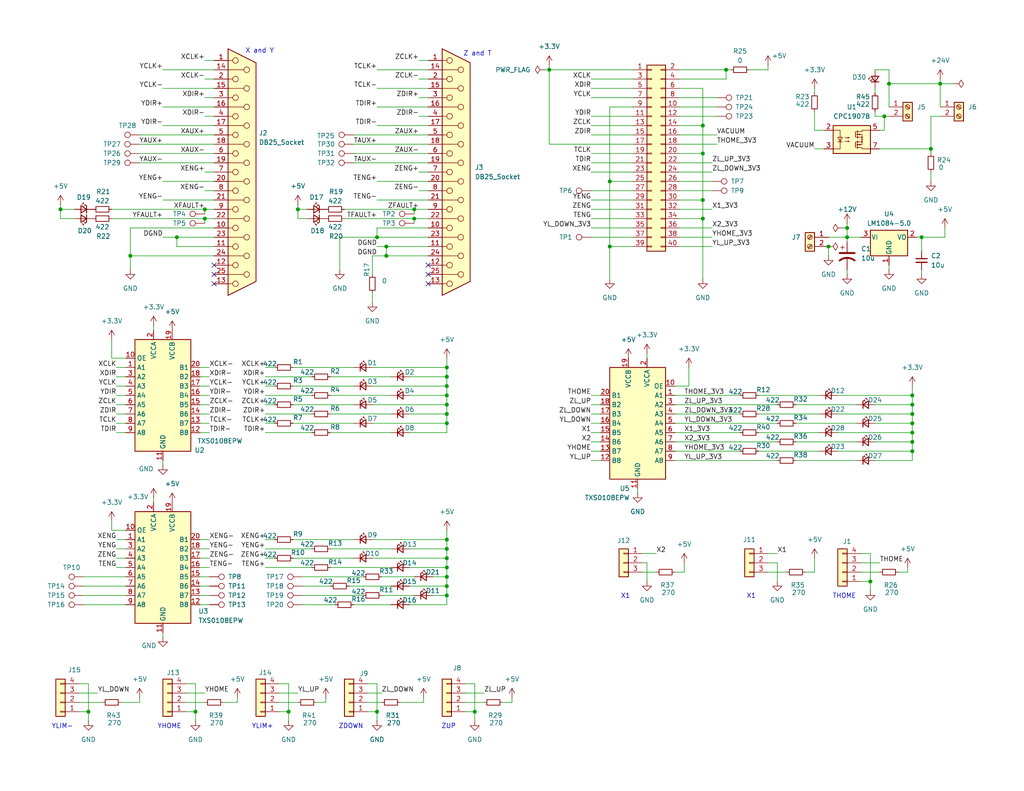
<source format=kicad_sch>
(kicad_sch (version 20250114) (generator "eeschema") (generator_version "9.0")
  (paper "USLetter")
  (text "YLIM+" (at 71.628 198.374 0) (effects (font (size 1.27 1.27))))
  (text "ZUP" (at 122.428 198.374 0) (effects (font (size 1.27 1.27))))
  (text "YLIM-" (at 17.018 198.374 0) (effects (font (size 1.27 1.27))))
  (text "X1" (at 170.688 162.814 0) (effects (font (size 1.27 1.27))))
  (text "Z and T" (at 130.302 14.732 0) (effects (font (size 1.27 1.27))))
  (text "ZDOWN" (at 95.758 198.374 0) (effects (font (size 1.27 1.27))))
  (text "X and Y" (at 70.866 13.97 0) (effects (font (size 1.27 1.27))))
  (text "X1" (at 204.978 162.814 0) (effects (font (size 1.27 1.27))))
  (text "YHOME" (at 46.228 198.374 0) (effects (font (size 1.27 1.27))))
  (text "THOME" (at 230.378 162.814 0) (effects (font (size 1.27 1.27))))
  (junction (at 166.37 49.53))
  (junction (at 113.03 59.69))
  (junction (at 241.3 31.75))
  (junction (at 226.06 67.31))
  (junction (at 78.74 194.31))
  (junction (at 248.92 113.03))
  (junction (at 248.92 118.11))
  (junction (at 121.92 152.4))
  (junction (at 191.77 41.91))
  (junction (at 198.12 19.05))
  (junction (at 121.92 154.94))
  (junction (at 248.92 123.19))
  (junction (at 237.49 158.75))
  (junction (at 121.92 157.48))
  (junction (at 121.92 160.02))
  (junction (at 121.92 107.95))
  (junction (at 256.54 22.86))
  (junction (at 121.92 149.86))
  (junction (at 121.92 115.57))
  (junction (at 248.92 107.95))
  (junction (at 121.92 100.33))
  (junction (at 24.13 194.31))
  (junction (at 242.57 22.86))
  (junction (at 35.56 69.85))
  (junction (at 248.92 120.65))
  (junction (at 166.37 67.31))
  (junction (at 231.14 62.23))
  (junction (at 102.87 64.77))
  (junction (at 48.26 64.77))
  (junction (at 254 40.64))
  (junction (at 191.77 54.61))
  (junction (at 55.88 59.69))
  (junction (at 16.51 57.15))
  (junction (at 248.92 110.49))
  (junction (at 129.54 194.31))
  (junction (at 105.41 67.31))
  (junction (at 121.92 110.49))
  (junction (at 121.92 147.32))
  (junction (at 102.87 194.31))
  (junction (at 121.92 162.56))
  (junction (at 191.77 59.69))
  (junction (at 113.03 57.15))
  (junction (at 248.92 115.57))
  (junction (at 231.14 64.77))
  (junction (at 55.88 57.15))
  (junction (at 251.46 64.77))
  (junction (at 149.86 19.05))
  (junction (at 121.92 102.87))
  (junction (at 81.28 57.15))
  (junction (at 53.34 194.31))
  (junction (at 121.92 105.41))
  (junction (at 191.77 34.29))
  (junction (at 105.41 69.85))
  (junction (at 121.92 113.03))
  (no_connect (at 58.42 72.39))
  (no_connect (at 116.84 77.47))
  (no_connect (at 116.84 74.93))
  (no_connect (at 58.42 74.93))
  (no_connect (at 116.84 72.39))
  (no_connect (at 58.42 77.47))
  (wire (pts (xy 96.52 36.83) (xy 116.84 36.83)))
  (wire (pts (xy 101.6 100.33) (xy 121.92 100.33)))
  (wire (pts (xy 55.88 52.07) (xy 58.42 52.07)))
  (wire (pts (xy 16.51 57.15) (xy 20.32 57.15)))
  (wire (pts (xy 234.95 156.21) (xy 240.03 156.21)))
  (wire (pts (xy 38.1 190.5) (xy 38.1 191.77)))
  (wire (pts (xy 212.09 153.67) (xy 212.09 158.75)))
  (wire (pts (xy 30.48 97.79) (xy 34.29 97.79)))
  (wire (pts (xy 78.74 186.69) (xy 78.74 194.31)))
  (wire (pts (xy 101.6 147.32) (xy 121.92 147.32)))
  (wire (pts (xy 191.77 24.13) (xy 185.42 24.13)))
  (wire (pts (xy 166.37 67.31) (xy 166.37 76.2)))
  (wire (pts (xy 102.87 62.23) (xy 116.84 62.23)))
  (wire (pts (xy 64.77 191.77) (xy 60.96 191.77)))
  (wire (pts (xy 72.39 118.11) (xy 85.09 118.11)))
  (wire (pts (xy 248.92 107.95) (xy 248.92 110.49)))
  (wire (pts (xy 80.01 147.32) (xy 96.52 147.32)))
  (wire (pts (xy 161.29 26.67) (xy 172.72 26.67)))
  (wire (pts (xy 161.29 57.15) (xy 172.72 57.15)))
  (wire (pts (xy 101.6 69.85) (xy 105.41 69.85)))
  (wire (pts (xy 100.33 194.31) (xy 102.87 194.31)))
  (wire (pts (xy 207.01 107.95) (xy 223.52 107.95)))
  (wire (pts (xy 248.92 118.11) (xy 248.92 120.65)))
  (wire (pts (xy 228.6 118.11) (xy 248.92 118.11)))
  (wire (pts (xy 22.86 157.48) (xy 34.29 157.48)))
  (wire (pts (xy 96.52 165.1) (xy 106.68 165.1)))
  (wire (pts (xy 24.13 186.69) (xy 24.13 194.31)))
  (wire (pts (xy 82.55 160.02) (xy 90.17 160.02)))
  (wire (pts (xy 185.42 21.59) (xy 198.12 21.59)))
  (wire (pts (xy 161.29 118.11) (xy 163.83 118.11)))
  (wire (pts (xy 41.91 135.89) (xy 41.91 137.16)))
  (wire (pts (xy 96.52 44.45) (xy 116.84 44.45)))
  (wire (pts (xy 234.95 153.67) (xy 240.03 153.67)))
  (wire (pts (xy 161.29 115.57) (xy 163.83 115.57)))
  (wire (pts (xy 231.14 64.77) (xy 231.14 66.04)))
  (wire (pts (xy 242.57 72.39) (xy 242.57 73.66)))
  (wire (pts (xy 93.98 57.15) (xy 113.03 57.15)))
  (wire (pts (xy 55.88 16.51) (xy 58.42 16.51)))
  (wire (pts (xy 31.75 118.11) (xy 34.29 118.11)))
  (wire (pts (xy 54.61 102.87) (xy 57.15 102.87)))
  (wire (pts (xy 256.54 21.59) (xy 256.54 22.86)))
  (wire (pts (xy 184.15 115.57) (xy 212.09 115.57)))
  (wire (pts (xy 166.37 49.53) (xy 172.72 49.53)))
  (wire (pts (xy 54.61 115.57) (xy 57.15 115.57)))
  (wire (pts (xy 228.6 107.95) (xy 248.92 107.95)))
  (wire (pts (xy 30.48 92.71) (xy 30.48 97.79)))
  (wire (pts (xy 54.61 152.4) (xy 57.15 152.4)))
  (wire (pts (xy 114.3 21.59) (xy 116.84 21.59)))
  (wire (pts (xy 111.76 165.1) (xy 121.92 165.1)))
  (wire (pts (xy 186.69 153.67) (xy 186.69 156.21)))
  (wire (pts (xy 102.87 34.29) (xy 116.84 34.29)))
  (wire (pts (xy 111.76 113.03) (xy 121.92 113.03)))
  (wire (pts (xy 175.26 151.13) (xy 179.07 151.13)))
  (wire (pts (xy 105.41 69.85) (xy 116.84 69.85)))
  (wire (pts (xy 113.03 59.69) (xy 113.03 60.96)))
  (wire (pts (xy 254 49.53) (xy 254 46.99)))
  (wire (pts (xy 22.86 162.56) (xy 34.29 162.56)))
  (wire (pts (xy 121.92 154.94) (xy 121.92 157.48)))
  (wire (pts (xy 21.59 194.31) (xy 24.13 194.31)))
  (wire (pts (xy 35.56 69.85) (xy 58.42 69.85)))
  (wire (pts (xy 217.17 120.65) (xy 233.68 120.65)))
  (wire (pts (xy 185.42 34.29) (xy 191.77 34.29)))
  (wire (pts (xy 90.17 113.03) (xy 106.68 113.03)))
  (wire (pts (xy 44.45 24.13) (xy 58.42 24.13)))
  (wire (pts (xy 38.1 44.45) (xy 58.42 44.45)))
  (wire (pts (xy 238.76 120.65) (xy 248.92 120.65)))
  (wire (pts (xy 31.75 100.33) (xy 34.29 100.33)))
  (wire (pts (xy 50.8 191.77) (xy 55.88 191.77)))
  (wire (pts (xy 76.2 191.77) (xy 81.28 191.77)))
  (wire (pts (xy 72.39 149.86) (xy 85.09 149.86)))
  (wire (pts (xy 198.12 19.05) (xy 198.12 21.59)))
  (wire (pts (xy 209.55 153.67) (xy 212.09 153.67)))
  (wire (pts (xy 185.42 44.45) (xy 194.31 44.45)))
  (wire (pts (xy 44.45 54.61) (xy 58.42 54.61)))
  (wire (pts (xy 55.88 59.69) (xy 58.42 59.69)))
  (wire (pts (xy 104.14 162.56) (xy 113.03 162.56)))
  (wire (pts (xy 44.45 64.77) (xy 48.26 64.77)))
  (wire (pts (xy 92.71 64.77) (xy 92.71 73.66)))
  (wire (pts (xy 217.17 125.73) (xy 233.68 125.73)))
  (wire (pts (xy 149.86 39.37) (xy 172.72 39.37)))
  (wire (pts (xy 90.17 154.94) (xy 106.68 154.94)))
  (wire (pts (xy 113.03 57.15) (xy 113.03 58.42)))
  (wire (pts (xy 186.69 156.21) (xy 184.15 156.21)))
  (wire (pts (xy 161.29 54.61) (xy 172.72 54.61)))
  (wire (pts (xy 187.96 105.41) (xy 184.15 105.41)))
  (wire (pts (xy 139.7 191.77) (xy 137.16 191.77)))
  (wire (pts (xy 238.76 19.05) (xy 242.57 19.05)))
  (wire (pts (xy 76.2 189.23) (xy 81.28 189.23)))
  (wire (pts (xy 44.45 172.72) (xy 44.45 173.99)))
  (wire (pts (xy 247.65 156.21) (xy 245.11 156.21)))
  (wire (pts (xy 114.3 46.99) (xy 116.84 46.99)))
  (wire (pts (xy 53.34 194.31) (xy 53.34 196.85)))
  (wire (pts (xy 161.29 125.73) (xy 163.83 125.73)))
  (wire (pts (xy 44.45 49.53) (xy 58.42 49.53)))
  (wire (pts (xy 38.1 39.37) (xy 58.42 39.37)))
  (wire (pts (xy 234.95 158.75) (xy 237.49 158.75)))
  (wire (pts (xy 185.42 39.37) (xy 195.58 39.37)))
  (wire (pts (xy 31.75 102.87) (xy 34.29 102.87)))
  (wire (pts (xy 161.29 41.91) (xy 172.72 41.91)))
  (wire (pts (xy 242.57 31.75) (xy 241.3 31.75)))
  (wire (pts (xy 111.76 107.95) (xy 121.92 107.95)))
  (wire (pts (xy 228.6 123.19) (xy 248.92 123.19)))
  (wire (pts (xy 238.76 25.4) (xy 238.76 24.13)))
  (wire (pts (xy 31.75 152.4) (xy 34.29 152.4)))
  (wire (pts (xy 82.55 165.1) (xy 91.44 165.1)))
  (wire (pts (xy 21.59 191.77) (xy 27.94 191.77)))
  (wire (pts (xy 31.75 110.49) (xy 34.29 110.49)))
  (wire (pts (xy 161.29 24.13) (xy 172.72 24.13)))
  (wire (pts (xy 161.29 52.07) (xy 172.72 52.07)))
  (wire (pts (xy 172.72 29.21) (xy 166.37 29.21)))
  (wire (pts (xy 175.26 153.67) (xy 176.53 153.67)))
  (wire (pts (xy 248.92 120.65) (xy 248.92 123.19)))
  (wire (pts (xy 185.42 62.23) (xy 194.31 62.23)))
  (wire (pts (xy 184.15 125.73) (xy 212.09 125.73)))
  (wire (pts (xy 102.87 64.77) (xy 92.71 64.77)))
  (wire (pts (xy 81.28 59.69) (xy 83.82 59.69)))
  (wire (pts (xy 161.29 31.75) (xy 172.72 31.75)))
  (wire (pts (xy 72.39 110.49) (xy 74.93 110.49)))
  (wire (pts (xy 64.77 190.5) (xy 64.77 191.77)))
  (wire (pts (xy 48.26 64.77) (xy 58.42 64.77)))
  (wire (pts (xy 54.61 107.95) (xy 57.15 107.95)))
  (wire (pts (xy 248.92 113.03) (xy 248.92 115.57)))
  (wire (pts (xy 241.3 35.56) (xy 240.03 35.56)))
  (wire (pts (xy 251.46 73.66) (xy 251.46 74.93)))
  (wire (pts (xy 41.91 88.9) (xy 41.91 90.17)))
  (wire (pts (xy 149.86 19.05) (xy 172.72 19.05)))
  (wire (pts (xy 228.6 113.03) (xy 248.92 113.03)))
  (wire (pts (xy 50.8 186.69) (xy 53.34 186.69)))
  (wire (pts (xy 80.01 115.57) (xy 96.52 115.57)))
  (wire (pts (xy 247.65 154.94) (xy 247.65 156.21)))
  (wire (pts (xy 102.87 24.13) (xy 116.84 24.13)))
  (wire (pts (xy 72.39 100.33) (xy 74.93 100.33)))
  (wire (pts (xy 185.42 57.15) (xy 194.31 57.15)))
  (wire (pts (xy 149.86 17.78) (xy 149.86 19.05)))
  (wire (pts (xy 242.57 22.86) (xy 242.57 19.05)))
  (wire (pts (xy 238.76 110.49) (xy 248.92 110.49)))
  (wire (pts (xy 256.54 31.75) (xy 254 31.75)))
  (wire (pts (xy 257.81 62.23) (xy 257.81 64.77)))
  (wire (pts (xy 185.42 67.31) (xy 194.31 67.31)))
  (wire (pts (xy 31.75 113.03) (xy 34.29 113.03)))
  (wire (pts (xy 114.3 26.67) (xy 116.84 26.67)))
  (wire (pts (xy 54.61 110.49) (xy 57.15 110.49)))
  (wire (pts (xy 102.87 49.53) (xy 116.84 49.53)))
  (wire (pts (xy 101.6 115.57) (xy 121.92 115.57)))
  (wire (pts (xy 161.29 120.65) (xy 163.83 120.65)))
  (wire (pts (xy 72.39 152.4) (xy 74.93 152.4)))
  (wire (pts (xy 222.25 24.13) (xy 222.25 25.4)))
  (wire (pts (xy 209.55 19.05) (xy 209.55 17.78)))
  (wire (pts (xy 102.87 19.05) (xy 116.84 19.05)))
  (wire (pts (xy 118.11 162.56) (xy 121.92 162.56)))
  (wire (pts (xy 238.76 30.48) (xy 238.76 31.75)))
  (wire (pts (xy 184.15 123.19) (xy 201.93 123.19)))
  (wire (pts (xy 111.76 149.86) (xy 121.92 149.86)))
  (wire (pts (xy 121.92 144.78) (xy 121.92 147.32)))
  (wire (pts (xy 95.25 160.02) (xy 106.68 160.02)))
  (wire (pts (xy 93.98 59.69) (xy 113.03 59.69)))
  (wire (pts (xy 16.51 59.69) (xy 20.32 59.69)))
  (wire (pts (xy 31.75 105.41) (xy 34.29 105.41)))
  (wire (pts (xy 199.39 19.05) (xy 198.12 19.05)))
  (wire (pts (xy 72.39 115.57) (xy 74.93 115.57)))
  (wire (pts (xy 24.13 194.31) (xy 24.13 196.85)))
  (wire (pts (xy 54.61 147.32) (xy 57.15 147.32)))
  (wire (pts (xy 238.76 31.75) (xy 241.3 31.75)))
  (wire (pts (xy 209.55 151.13) (xy 212.09 151.13)))
  (wire (pts (xy 161.29 36.83) (xy 172.72 36.83)))
  (wire (pts (xy 187.96 100.33) (xy 187.96 105.41)))
  (wire (pts (xy 121.92 110.49) (xy 121.92 113.03)))
  (wire (pts (xy 234.95 151.13) (xy 237.49 151.13)))
  (wire (pts (xy 121.92 97.79) (xy 121.92 100.33)))
  (wire (pts (xy 254 41.91) (xy 254 40.64)))
  (wire (pts (xy 96.52 41.91) (xy 116.84 41.91)))
  (wire (pts (xy 241.3 31.75) (xy 241.3 35.56)))
  (wire (pts (xy 114.3 16.51) (xy 116.84 16.51)))
  (wire (pts (xy 72.39 113.03) (xy 85.09 113.03)))
  (wire (pts (xy 185.42 29.21) (xy 195.58 29.21)))
  (wire (pts (xy 185.42 36.83) (xy 195.58 36.83)))
  (wire (pts (xy 101.6 152.4) (xy 121.92 152.4)))
  (wire (pts (xy 82.55 162.56) (xy 99.06 162.56)))
  (wire (pts (xy 185.42 26.67) (xy 195.58 26.67)))
  (wire (pts (xy 222.25 156.21) (xy 219.71 156.21)))
  (wire (pts (xy 231.14 64.77) (xy 234.95 64.77)))
  (wire (pts (xy 185.42 31.75) (xy 195.58 31.75)))
  (wire (pts (xy 129.54 194.31) (xy 129.54 196.85)))
  (wire (pts (xy 31.75 154.94) (xy 34.29 154.94)))
  (wire (pts (xy 101.6 80.01) (xy 101.6 82.55)))
  (wire (pts (xy 129.54 186.69) (xy 129.54 194.31)))
  (wire (pts (xy 127 194.31) (xy 129.54 194.31)))
  (wire (pts (xy 217.17 115.57) (xy 233.68 115.57)))
  (wire (pts (xy 54.61 165.1) (xy 57.15 165.1)))
  (wire (pts (xy 231.14 73.66) (xy 231.14 74.93)))
  (wire (pts (xy 161.29 44.45) (xy 172.72 44.45)))
  (wire (pts (xy 90.17 107.95) (xy 106.68 107.95)))
  (wire (pts (xy 237.49 151.13) (xy 237.49 158.75)))
  (wire (pts (xy 185.42 64.77) (xy 194.31 64.77)))
  (wire (pts (xy 105.41 67.31) (xy 116.84 67.31)))
  (wire (pts (xy 55.88 46.99) (xy 58.42 46.99)))
  (wire (pts (xy 111.76 102.87) (xy 121.92 102.87)))
  (wire (pts (xy 100.33 189.23) (xy 104.14 189.23)))
  (wire (pts (xy 102.87 29.21) (xy 116.84 29.21)))
  (wire (pts (xy 185.42 54.61) (xy 191.77 54.61)))
  (wire (pts (xy 240.03 40.64) (xy 254 40.64)))
  (wire (pts (xy 161.29 110.49) (xy 163.83 110.49)))
  (wire (pts (xy 127 186.69) (xy 129.54 186.69)))
  (wire (pts (xy 111.76 154.94) (xy 121.92 154.94)))
  (wire (pts (xy 16.51 57.15) (xy 16.51 59.69)))
  (wire (pts (xy 80.01 100.33) (xy 96.52 100.33)))
  (wire (pts (xy 38.1 41.91) (xy 58.42 41.91)))
  (wire (pts (xy 90.17 149.86) (xy 106.68 149.86)))
  (wire (pts (xy 242.57 22.86) (xy 242.57 29.21)))
  (wire (pts (xy 101.6 74.93) (xy 101.6 69.85)))
  (wire (pts (xy 113.03 57.15) (xy 116.84 57.15)))
  (wire (pts (xy 81.28 57.15) (xy 83.82 57.15)))
  (wire (pts (xy 22.86 160.02) (xy 34.29 160.02)))
  (wire (pts (xy 121.92 147.32) (xy 121.92 149.86)))
  (wire (pts (xy 121.92 152.4) (xy 121.92 154.94)))
  (wire (pts (xy 185.42 49.53) (xy 194.31 49.53)))
  (wire (pts (xy 54.61 118.11) (xy 57.15 118.11)))
  (wire (pts (xy 237.49 158.75) (xy 237.49 161.29)))
  (wire (pts (xy 102.87 67.31) (xy 105.41 67.31)))
  (wire (pts (xy 185.42 52.07) (xy 194.31 52.07)))
  (wire (pts (xy 191.77 41.91) (xy 191.77 34.29)))
  (wire (pts (xy 121.92 102.87) (xy 121.92 105.41)))
  (wire (pts (xy 101.6 105.41) (xy 121.92 105.41)))
  (wire (pts (xy 55.88 21.59) (xy 58.42 21.59)))
  (wire (pts (xy 248.92 123.19) (xy 248.92 125.73)))
  (wire (pts (xy 222.25 152.4) (xy 222.25 156.21)))
  (wire (pts (xy 21.59 189.23) (xy 26.67 189.23)))
  (wire (pts (xy 222.25 30.48) (xy 222.25 35.56)))
  (wire (pts (xy 35.56 62.23) (xy 35.56 69.85)))
  (wire (pts (xy 121.92 115.57) (xy 121.92 118.11)))
  (wire (pts (xy 248.92 110.49) (xy 248.92 113.03)))
  (wire (pts (xy 121.92 160.02) (xy 121.92 162.56)))
  (wire (pts (xy 161.29 113.03) (xy 163.83 113.03)))
  (wire (pts (xy 217.17 110.49) (xy 233.68 110.49)))
  (wire (pts (xy 161.29 34.29) (xy 172.72 34.29)))
  (wire (pts (xy 72.39 107.95) (xy 85.09 107.95)))
  (wire (pts (xy 54.61 100.33) (xy 57.15 100.33)))
  (wire (pts (xy 90.17 102.87) (xy 106.68 102.87)))
  (wire (pts (xy 54.61 105.41) (xy 57.15 105.41)))
  (wire (pts (xy 161.29 123.19) (xy 163.83 123.19)))
  (wire (pts (xy 184.15 110.49) (xy 212.09 110.49)))
  (wire (pts (xy 30.48 59.69) (xy 55.88 59.69)))
  (wire (pts (xy 231.14 60.96) (xy 231.14 62.23)))
  (wire (pts (xy 21.59 186.69) (xy 24.13 186.69)))
  (wire (pts (xy 55.88 57.15) (xy 58.42 57.15)))
  (wire (pts (xy 184.15 107.95) (xy 201.93 107.95)))
  (wire (pts (xy 101.6 110.49) (xy 121.92 110.49)))
  (wire (pts (xy 81.28 57.15) (xy 81.28 59.69)))
  (wire (pts (xy 185.42 46.99) (xy 194.31 46.99)))
  (wire (pts (xy 161.29 59.69) (xy 172.72 59.69)))
  (wire (pts (xy 127 191.77) (xy 132.08 191.77)))
  (wire (pts (xy 204.47 19.05) (xy 209.55 19.05)))
  (wire (pts (xy 161.29 64.77) (xy 172.72 64.77)))
  (wire (pts (xy 207.01 123.19) (xy 223.52 123.19)))
  (wire (pts (xy 121.92 118.11) (xy 111.76 118.11)))
  (wire (pts (xy 115.57 190.5) (xy 115.57 191.77)))
  (wire (pts (xy 114.3 31.75) (xy 116.84 31.75)))
  (wire (pts (xy 166.37 49.53) (xy 166.37 67.31)))
  (wire (pts (xy 80.01 110.49) (xy 96.52 110.49)))
  (wire (pts (xy 184.15 118.11) (xy 201.93 118.11)))
  (wire (pts (xy 254 31.75) (xy 254 40.64)))
  (wire (pts (xy 166.37 67.31) (xy 172.72 67.31)))
  (wire (pts (xy 256.54 22.86) (xy 242.57 22.86)))
  (wire (pts (xy 105.41 67.31) (xy 105.41 69.85)))
  (wire (pts (xy 248.92 105.41) (xy 248.92 107.95)))
  (wire (pts (xy 78.74 194.31) (xy 78.74 196.85)))
  (wire (pts (xy 111.76 160.02) (xy 121.92 160.02)))
  (wire (pts (xy 30.48 144.78) (xy 34.29 144.78)))
  (wire (pts (xy 100.33 191.77) (xy 104.14 191.77)))
  (wire (pts (xy 44.45 19.05) (xy 58.42 19.05)))
  (wire (pts (xy 81.28 55.88) (xy 81.28 57.15)))
  (wire (pts (xy 226.06 64.77) (xy 231.14 64.77)))
  (wire (pts (xy 72.39 147.32) (xy 74.93 147.32)))
  (wire (pts (xy 102.87 64.77) (xy 116.84 64.77)))
  (wire (pts (xy 121.92 149.86) (xy 121.92 152.4)))
  (wire (pts (xy 102.87 194.31) (xy 102.87 196.85)))
  (wire (pts (xy 82.55 157.48) (xy 99.06 157.48)))
  (wire (pts (xy 121.92 113.03) (xy 121.92 115.57)))
  (wire (pts (xy 44.45 125.73) (xy 44.45 127)))
  (wire (pts (xy 80.01 152.4) (xy 96.52 152.4)))
  (wire (pts (xy 76.2 194.31) (xy 78.74 194.31)))
  (wire (pts (xy 55.88 31.75) (xy 58.42 31.75)))
  (wire (pts (xy 88.9 190.5) (xy 88.9 191.77)))
  (wire (pts (xy 44.45 29.21) (xy 58.42 29.21)))
  (wire (pts (xy 256.54 22.86) (xy 260.35 22.86)))
  (wire (pts (xy 121.92 105.41) (xy 121.92 107.95)))
  (wire (pts (xy 184.15 113.03) (xy 201.93 113.03)))
  (wire (pts (xy 50.8 194.31) (xy 53.34 194.31)))
  (wire (pts (xy 55.88 57.15) (xy 55.88 58.42)))
  (wire (pts (xy 121.92 100.33) (xy 121.92 102.87)))
  (wire (pts (xy 139.7 190.5) (xy 139.7 191.77)))
  (wire (pts (xy 121.92 162.56) (xy 121.92 165.1)))
  (wire (pts (xy 55.88 26.67) (xy 58.42 26.67)))
  (wire (pts (xy 161.29 107.95) (xy 163.83 107.95)))
  (wire (pts (xy 54.61 160.02) (xy 57.15 160.02)))
  (wire (pts (xy 191.77 59.69) (xy 191.77 54.61)))
  (wire (pts (xy 191.77 34.29) (xy 191.77 24.13)))
  (wire (pts (xy 54.61 162.56) (xy 57.15 162.56)))
  (wire (pts (xy 161.29 46.99) (xy 172.72 46.99)))
  (wire (pts (xy 121.92 107.95) (xy 121.92 110.49)))
  (wire (pts (xy 184.15 120.65) (xy 212.09 120.65)))
  (wire (pts (xy 54.61 157.48) (xy 57.15 157.48)))
  (wire (pts (xy 54.61 154.94) (xy 57.15 154.94)))
  (wire (pts (xy 222.25 40.64) (xy 224.79 40.64)))
  (wire (pts (xy 231.14 62.23) (xy 231.14 64.77)))
  (wire (pts (xy 238.76 115.57) (xy 248.92 115.57)))
  (wire (pts (xy 35.56 62.23) (xy 58.42 62.23)))
  (wire (pts (xy 30.48 57.15) (xy 55.88 57.15)))
  (wire (pts (xy 31.75 147.32) (xy 34.29 147.32)))
  (wire (pts (xy 44.45 34.29) (xy 58.42 34.29)))
  (wire (pts (xy 185.42 59.69) (xy 191.77 59.69)))
  (wire (pts (xy 248.92 115.57) (xy 248.92 118.11)))
  (wire (pts (xy 256.54 29.21) (xy 256.54 22.86)))
  (wire (pts (xy 229.87 62.23) (xy 231.14 62.23)))
  (wire (pts (xy 250.19 64.77) (xy 251.46 64.77)))
  (wire (pts (xy 251.46 64.77) (xy 257.81 64.77)))
  (wire (pts (xy 114.3 52.07) (xy 116.84 52.07)))
  (wire (pts (xy 38.1 191.77) (xy 33.02 191.77)))
  (wire (pts (xy 222.25 35.56) (xy 224.79 35.56)))
  (wire (pts (xy 88.9 191.77) (xy 86.36 191.77)))
  (wire (pts (xy 80.01 105.41) (xy 96.52 105.41)))
  (wire (pts (xy 113.03 59.69) (xy 116.84 59.69)))
  (wire (pts (xy 54.61 149.86) (xy 57.15 149.86)))
  (wire (pts (xy 90.17 118.11) (xy 106.68 118.11)))
  (wire (pts (xy 55.88 59.69) (xy 55.88 60.96)))
  (wire (pts (xy 30.48 142.24) (xy 30.48 144.78)))
  (wire (pts (xy 38.1 36.83) (xy 58.42 36.83)))
  (wire (pts (xy 96.52 39.37) (xy 116.84 39.37)))
  (wire (pts (xy 104.14 157.48) (xy 113.03 157.48)))
  (wire (pts (xy 22.86 165.1) (xy 34.29 165.1)))
  (wire (pts (xy 149.86 19.05) (xy 149.86 39.37)))
  (wire (pts (xy 102.87 186.69) (xy 102.87 194.31)))
  (wire (pts (xy 102.87 62.23) (xy 102.87 64.77)))
  (wire (pts (xy 31.75 115.57) (xy 34.29 115.57)))
  (wire (pts (xy 50.8 189.23) (xy 55.88 189.23)))
  (wire (pts (xy 161.29 21.59) (xy 172.72 21.59)))
  (wire (pts (xy 102.87 54.61) (xy 116.84 54.61)))
  (wire (pts (xy 176.53 153.67) (xy 176.53 158.75)))
  (wire (pts (xy 207.01 118.11) (xy 223.52 118.11)))
  (wire (pts (xy 31.75 149.86) (xy 34.29 149.86)))
  (wire (pts (xy 173.99 133.35) (xy 173.99 134.62)))
  (wire (pts (xy 251.46 64.77) (xy 251.46 68.58)))
  (wire (pts (xy 53.34 186.69) (xy 53.34 194.31)))
  (wire (pts (xy 166.37 29.21) (xy 166.37 49.53)))
  (wire (pts (xy 207.01 113.03) (xy 223.52 113.03)))
  (wire (pts (xy 76.2 186.69) (xy 78.74 186.69)))
  (wire (pts (xy 48.26 67.31) (xy 58.42 67.31)))
  (wire (pts (xy 238.76 125.73) (xy 248.92 125.73)))
  (wire (pts (xy 226.06 67.31) (xy 226.06 69.85)))
  (wire (pts (xy 31.75 107.95) (xy 34.29 107.95)))
  (wire (pts (xy 161.29 62.23) (xy 172.72 62.23)))
  (wire (pts (xy 72.39 105.41) (xy 74.93 105.41)))
  (wire (pts (xy 48.26 67.31) (xy 48.26 64.77)))
  (wire (pts (xy 121.92 157.48) (xy 121.92 160.02)))
  (wire (pts (xy 72.39 102.87) (xy 85.09 102.87)))
  (wire (pts (xy 191.77 54.61) (xy 191.77 41.91)))
  (wire (pts (xy 191.77 76.2) (xy 191.77 59.69)))
  (wire (pts (xy 16.51 55.88) (xy 16.51 57.15)))
  (wire (pts (xy 127 189.23) (xy 132.08 189.23)))
  (wire (pts (xy 35.56 69.85) (xy 35.56 73.66)))
  (wire (pts (xy 176.53 96.52) (xy 176.53 97.79)))
  (wire (pts (xy 185.42 19.05) (xy 198.12 19.05)))
  (wire (pts (xy 100.33 186.69) (xy 102.87 186.69)))
  (wire (pts (xy 118.11 157.48) (xy 121.92 157.48)))
  (wire (pts (xy 185.42 41.91) (xy 191.77 41.91)))
  (wire (pts (xy 148.59 19.05) (xy 149.86 19.05)))
  (wire (pts (xy 209.55 156.21) (xy 214.63 156.21)))
  (wire (pts (xy 54.61 113.03) (xy 57.15 113.03)))
  (wire (pts (xy 115.57 191.77) (xy 109.22 191.77)))
  (wire (pts (xy 175.26 156.21) (xy 179.07 156.21)))
  (wire (pts (xy 72.39 154.94) (xy 85.09 154.94)))
  (label "TAUX-" (at 102.87 44.45 180))
  (label "YL_DOWN" (at 26.67 189.23 0))
  (label "YL_DOWN" (at 161.29 115.57 180))
  (label "XFAULT+" (at 55.88 57.15 180))
  (label "DGND" (at 102.87 69.85 180))
  (label "XDIR+" (at 72.39 102.87 180))
  (label "ZL_UP" (at 161.29 110.49 180))
  (label "TAUX+" (at 102.87 39.37 180))
  (label "XDIR-" (at 55.88 31.75 180))
  (label "TDIR" (at 31.75 118.11 180))
  (label "YL_DOWN_3V3" (at 161.29 62.23 180))
  (label "ZCLK-" (at 114.3 21.59 180))
  (label "TDIR-" (at 102.87 34.29 180))
  (label "ZDIR" (at 161.29 36.83 180))
  (label "X1" (at 161.29 118.11 180))
  (label "YENG-" (at 57.15 149.86 0))
  (label "ZCLK" (at 31.75 110.49 180))
  (label "TENG-" (at 102.87 54.61 180))
  (label "X2_3V3" (at 186.69 120.65 0))
  (label "ZENG-" (at 114.3 52.07 180))
  (label "YL_DOWN_3V3" (at 186.69 115.57 0))
  (label "XCLK-" (at 57.15 100.33 0))
  (label "XDIR+" (at 55.88 26.67 180))
  (label "ZDIR" (at 31.75 113.03 180))
  (label "TENG" (at 161.29 59.69 180))
  (label "ZL_DOWN_3V3" (at 194.31 46.99 0))
  (label "YENG" (at 161.29 54.61 180))
  (label "XENG" (at 161.29 46.99 180))
  (label "X1_3V3" (at 186.69 118.11 0))
  (label "THOME" (at 240.03 153.67 0))
  (label "YENG" (at 31.75 149.86 180))
  (label "TCLK-" (at 57.15 115.57 0))
  (label "ZAUX-" (at 114.3 41.91 180))
  (label "XCLK+" (at 72.39 100.33 180))
  (label "XDIR" (at 31.75 102.87 180))
  (label "YHOME" (at 161.29 123.19 180))
  (label "THOME_3V3" (at 195.58 39.37 0))
  (label "YCLK-" (at 44.45 24.13 180))
  (label "ZCLK-" (at 57.15 110.49 0))
  (label "ZL_UP_3V3" (at 194.31 44.45 0))
  (label "YCLK" (at 31.75 105.41 180))
  (label "YDIR+" (at 72.39 107.95 180))
  (label "TDIR" (at 161.29 44.45 180))
  (label "YL_UP" (at 161.29 125.73 180))
  (label "XENG-" (at 55.88 52.07 180))
  (label "YAUX+" (at 44.45 39.37 180))
  (label "ZENG-" (at 57.15 152.4 0))
  (label "YL_UP" (at 81.28 189.23 0))
  (label "XAUX+" (at 55.88 36.83 180))
  (label "ZDIR-" (at 114.3 31.75 180))
  (label "YENG-" (at 44.45 54.61 180))
  (label "VACUUM" (at 222.25 40.64 180))
  (label "TCLK" (at 31.75 115.57 180))
  (label "YFAULT+" (at 44.45 59.69 180))
  (label "ZL_DOWN" (at 104.14 189.23 0))
  (label "ZL_UP" (at 132.08 189.23 0))
  (label "YAUX-" (at 44.45 44.45 180))
  (label "YHOME_3V3" (at 186.69 123.19 0))
  (label "ZDIR+" (at 72.39 113.03 180))
  (label "THOME" (at 161.29 107.95 180))
  (label "X1" (at 212.09 151.13 0))
  (label "ZCLK+" (at 72.39 110.49 180))
  (label "TENG+" (at 102.87 49.53 180))
  (label "TENG" (at 31.75 154.94 180))
  (label "TDIR-" (at 57.15 118.11 0))
  (label "XDIR" (at 161.29 24.13 180))
  (label "ZL_DOWN" (at 161.29 113.03 180))
  (label "TENG-" (at 57.15 154.94 0))
  (label "YENG+" (at 72.39 149.86 180))
  (label "XCLK-" (at 55.88 21.59 180))
  (label "XENG+" (at 72.39 147.32 180))
  (label "TCLK" (at 161.29 41.91 180))
  (label "ZENG" (at 31.75 152.4 180))
  (label "VACUUM" (at 195.58 36.83 0))
  (label "YENG+" (at 44.45 49.53 180))
  (label "YCLK+" (at 72.39 105.41 180))
  (label "ZENG+" (at 72.39 152.4 180))
  (label "YL_UP_3V3" (at 186.69 125.73 0))
  (label "TCLK+" (at 72.39 115.57 180))
  (label "XCLK" (at 31.75 100.33 180))
  (label "ZFAULT+" (at 114.3 57.15 180))
  (label "DGND" (at 44.45 64.77 180))
  (label "XDIR-" (at 57.15 102.87 0))
  (label "YHOME_3V3" (at 194.31 64.77 0))
  (label "ZENG+" (at 114.3 46.99 180))
  (label "TENG+" (at 72.39 154.94 180))
  (label "TFAULT+" (at 102.87 59.69 180))
  (label "X2" (at 179.07 151.13 0))
  (label "YCLK" (at 161.29 26.67 180))
  (label "YCLK+" (at 44.45 19.05 180))
  (label "ZENG" (at 161.29 57.15 180))
  (label "YL_UP_3V3" (at 194.31 67.31 0))
  (label "YDIR-" (at 44.45 34.29 180))
  (label "XAUX-" (at 55.88 41.91 180))
  (label "TCLK+" (at 102.87 19.05 180))
  (label "DGND" (at 102.87 67.31 180))
  (label "YDIR-" (at 57.15 107.95 0))
  (label "YDIR" (at 31.75 107.95 180))
  (label "TDIR+" (at 72.39 118.11 180))
  (label "ZAUX+" (at 114.3 36.83 180))
  (label "YDIR+" (at 44.45 29.21 180))
  (label "THOME_3V3" (at 186.69 107.95 0))
  (label "YHOME" (at 55.88 189.23 0))
  (label "ZDIR-" (at 57.15 113.03 0))
  (label "XCLK" (at 161.29 21.59 180))
  (label "YDIR" (at 161.29 31.75 180))
  (label "ZL_DOWN_3V3" (at 186.69 113.03 0))
  (label "TDIR+" (at 102.87 29.21 180))
  (label "ZL_UP_3V3" (at 186.69 110.49 0))
  (label "X2_3V3" (at 194.31 62.23 0))
  (label "YCLK-" (at 57.15 105.41 0))
  (label "ZDIR+" (at 114.3 26.67 180))
  (label "XENG-" (at 57.15 147.32 0))
  (label "ZCLK" (at 161.29 34.29 180))
  (label "XCLK+" (at 55.88 16.51 180))
  (label "XENG" (at 31.75 147.32 180))
  (label "X2" (at 161.29 120.65 180))
  (label "XENG+" (at 55.88 46.99 180))
  (label "X1_3V3" (at 194.31 57.15 0))
  (label "ZCLK+" (at 114.3 16.51 180))
  (label "TCLK-" (at 102.87 24.13 180))
  (symbol (lib_id "Connector:TestPoint") (at 96.52 41.91 90) (unit 1)
    (property "Reference" "TP31" (at 91.44 41.9099 90) (effects (justify left)))
    (property "Value" "TestPoint" (effects (hide yes)))
    (property "Footprint" "TestPoint:TestPoint_Loop_D2.50mm_Drill1.0mm" (effects (hide yes)))
    (property "Description" "test point" (effects (hide yes)))
  )
  (symbol (lib_id "Device:R_Small") (at 242.57 156.21 270) (mirror x) (unit 1)
    (property "Reference" "R26" (at 243.078 159.766 90))
    (property "Value" "270" (at 243.332 161.798 90))
    (property "Footprint" "Resistor_SMD:R_0805_2012Metric" (effects (hide yes)))
    (property "Description" "Resistor, small symbol" (effects (hide yes)))
  )
  (symbol (lib_id "power:+5V") (at 121.92 97.79 0) (unit 1)
    (property "Reference" "#PWR013" (effects (hide yes)))
    (property "Value" "+5V" (at 121.92 92.71 0))
    (property "Description" "Power symbol creates a global label with name \"+5V\"" (effects (hide yes)))
  )
  (symbol (lib_id "Device:R_Small") (at 87.63 149.86 90) (unit 1)
    (property "Reference" "R13" (at 91.44 148.336 90))
    (property "Value" "422" (at 83.82 148.59 90))
    (property "Footprint" "Resistor_SMD:R_0805_2012Metric" (effects (hide yes)))
    (property "Description" "Resistor, small symbol" (effects (hide yes)))
  )
  (symbol (lib_id "Connector:TestPoint") (at 113.03 58.42 90) (unit 1)
    (property "Reference" "TP2" (at 107.95 58.4199 90) (effects (justify left)))
    (property "Value" "TestPoint" (effects (hide yes)))
    (property "Footprint" "TestPoint:TestPoint_Loop_D2.50mm_Drill1.0mm" (effects (hide yes)))
    (property "Description" "test point" (effects (hide yes)))
  )
  (symbol (lib_id "power:GND") (at 35.56 73.66 0) (unit 1)
    (property "Reference" "#PWR022" (effects (hide yes)))
    (property "Value" "GND" (at 35.56 78.74 0))
    (property "Description" "Power symbol creates a global label with name \"GND\" , ground" (effects (hide yes)))
  )
  (symbol (lib_id "Connector:TestPoint") (at 22.86 165.1 90) (unit 1)
    (property "Reference" "TP16" (at 17.78 165.0999 90) (effects (justify left)))
    (property "Value" "TestPoint" (effects (hide yes)))
    (property "Footprint" "TestPoint:TestPoint_Loop_D2.50mm_Drill1.0mm" (effects (hide yes)))
    (property "Description" "test point" (effects (hide yes)))
  )
  (symbol (lib_id "power:GND") (at 173.99 134.62 0) (mirror y) (unit 1)
    (property "Reference" "#PWR035" (effects (hide yes)))
    (property "Value" "GND" (at 173.99 139.7 0))
    (property "Description" "Power symbol creates a global label with name \"GND\" , ground" (effects (hide yes)))
  )
  (symbol (lib_id "Device:LED_Small") (at 236.22 110.49 0) (unit 1)
    (property "Reference" "D24" (at 238.76 109.22 0))
    (property "Value" "ORANGE" (effects (hide yes)))
    (property "Footprint" "LED_SMD:LED_0805_2012Metric" (effects (hide yes)))
    (property "Description" "Light emitting diode, small symbol" (effects (hide yes)))
    (property "Sim.Pin" "1=K 2=A" (effects (hide yes)))
  )
  (symbol (lib_id "power:+5V") (at 186.69 153.67 0) (unit 1)
    (property "Reference" "#PWR048" (effects (hide yes)))
    (property "Value" "+5V" (at 186.69 148.59 0))
    (property "Description" "Power symbol creates a global label with name \"+5V\"" (effects (hide yes)))
  )
  (symbol (lib_id "Connector_Generic:Conn_01x04") (at 16.51 191.77 180) (unit 1)
    (property "Reference" "J15" (at 20.32 182.88 0))
    (property "Value" "Conn_01x04" (effects (hide yes)))
    (property "Footprint" "BioMEMS:TE_3-641213-4" (effects (hide yes)))
    (property "Description" "Generic connector, single row, 01x04, script generated (kicad-library-utils/schlib/autogen/connector/)" (effects (hide yes)))
  )
  (symbol (lib_id "Connector:TestPoint") (at 161.29 64.77 90) (unit 1)
    (property "Reference" "TP1" (at 156.21 64.7699 90) (effects (justify left)))
    (property "Value" "TestPoint" (effects (hide yes)))
    (property "Footprint" "TestPoint:TestPoint_Loop_D2.50mm_Drill1.0mm" (effects (hide yes)))
    (property "Description" "test point" (effects (hide yes)))
  )
  (symbol (lib_id "Device:LED_Small") (at 115.57 157.48 0) (unit 1)
    (property "Reference" "D21" (at 118.11 156.21 0))
    (property "Value" "PURPLE" (effects (hide yes)))
    (property "Footprint" "LED_SMD:LED_0805_2012Metric" (effects (hide yes)))
    (property "Description" "Light emitting diode, small symbol" (effects (hide yes)))
    (property "Sim.Pin" "1=K 2=A" (effects (hide yes)))
  )
  (symbol (lib_id "power:GND") (at 251.46 74.93 0) (unit 1)
    (property "Reference" "#PWR030" (effects (hide yes)))
    (property "Value" "GND" (at 251.46 80.01 0))
    (property "Description" "Power symbol creates a global label with name \"GND\" , ground" (effects (hide yes)))
  )
  (symbol (lib_id "power:GND") (at 78.74 196.85 0) (unit 1)
    (property "Reference" "#PWR051" (effects (hide yes)))
    (property "Value" "GND" (at 78.74 201.93 0))
    (property "Description" "Power symbol creates a global label with name \"GND\" , ground" (effects (hide yes)))
  )
  (symbol (lib_id "Device:R_Small") (at 27.94 59.69 270) (mirror x) (unit 1)
    (property "Reference" "R22" (at 28.194 64.516 90))
    (property "Value" "422" (at 27.94 61.976 90))
    (property "Footprint" "Resistor_SMD:R_0805_2012Metric" (effects (hide yes)))
    (property "Description" "Resistor, small symbol" (effects (hide yes)))
  )
  (symbol (lib_id "power:+3.3V") (at 222.25 24.13 0) (unit 1)
    (property "Reference" "#PWR062" (effects (hide yes)))
    (property "Value" "+3.3V" (at 222.25 19.05 0))
    (property "Description" "Power symbol creates a global label with name \"+3.3V\"" (effects (hide yes)))
  )
  (symbol (lib_id "power:+5V") (at 222.25 152.4 0) (unit 1)
    (property "Reference" "#PWR046" (effects (hide yes)))
    (property "Value" "+5V" (at 222.25 147.32 0))
    (property "Description" "Power symbol creates a global label with name \"+5V\"" (effects (hide yes)))
  )
  (symbol (lib_id "power:GND") (at 44.45 127 0) (unit 1)
    (property "Reference" "#PWR011" (effects (hide yes)))
    (property "Value" "GND" (at 39.878 128.016 0))
    (property "Description" "Power symbol creates a global label with name \"GND\" , ground" (effects (hide yes)))
  )
  (symbol (lib_id "Regulator_Linear:LM1084-5.0") (at 242.57 64.77 0) (unit 1)
    (property "Reference" "U4" (at 242.57 58.42 0))
    (property "Value" "LM1084-5.0" (at 242.57 60.96 0))
    (property "Footprint" "Package_TO_SOT_SMD:TO-252-3_TabPin2" (effects (hide yes)))
    (property "Datasheet" "http://www.ti.com/lit/ds/symlink/lm1084.pdf" (effects (hide yes)))
    (property "Description" "5A 27V Linear Regulator, Fixed Output 5.0V, TO-220/TO-263" (effects (hide yes)))
  )
  (symbol (lib_id "Device:LED_Small") (at 86.36 57.15 0) (mirror y) (unit 1)
    (property "Reference" "D17" (at 86.36 53.848 0))
    (property "Value" "RED" (effects (hide yes)))
    (property "Footprint" "LED_SMD:LED_0805_2012Metric" (effects (hide yes)))
    (property "Description" "Light emitting diode, small symbol" (effects (hide yes)))
    (property "Sim.Pin" "1=K 2=A" (effects (hide yes)))
  )
  (symbol (lib_id "Connector:TestPoint") (at 57.15 165.1 270) (unit 1)
    (property "Reference" "TP13" (at 62.23 165.0999 90) (effects (justify left)))
    (property "Value" "TestPoint" (effects (hide yes)))
    (property "Footprint" "TestPoint:TestPoint_Loop_D2.50mm_Drill1.0mm" (effects (hide yes)))
    (property "Description" "test point" (effects (hide yes)))
  )
  (symbol (lib_id "power:GND") (at 53.34 196.85 0) (unit 1)
    (property "Reference" "#PWR049" (effects (hide yes)))
    (property "Value" "GND" (at 53.34 201.93 0))
    (property "Description" "Power symbol creates a global label with name \"GND\" , ground" (effects (hide yes)))
  )
  (symbol (lib_id "power:+3.3V") (at 30.48 142.24 0) (unit 1)
    (property "Reference" "#PWR015" (effects (hide yes)))
    (property "Value" "+3.3V" (at 30.48 137.16 0))
    (property "Description" "Power symbol creates a global label with name \"+3.3V\"" (effects (hide yes)))
  )
  (symbol (lib_id "Device:LED_Small") (at 109.22 107.95 0) (unit 1)
    (property "Reference" "D4" (at 111.76 106.68 0))
    (property "Value" "BLUE" (effects (hide yes)))
    (property "Footprint" "LED_SMD:LED_0805_2012Metric" (effects (hide yes)))
    (property "Description" "Light emitting diode, small symbol" (effects (hide yes)))
    (property "Sim.Pin" "1=K 2=A" (effects (hide yes)))
  )
  (symbol (lib_id "Device:LED_Small") (at 99.06 110.49 0) (unit 1)
    (property "Reference" "D5" (at 101.6 109.22 0))
    (property "Value" "BLUE" (effects (hide yes)))
    (property "Footprint" "LED_SMD:LED_0805_2012Metric" (effects (hide yes)))
    (property "Description" "Light emitting diode, small symbol" (effects (hide yes)))
    (property "Sim.Pin" "1=K 2=A" (effects (hide yes)))
  )
  (symbol (lib_id "power:+5V") (at 88.9 190.5 0) (unit 1)
    (property "Reference" "#PWR052" (effects (hide yes)))
    (property "Value" "+5V" (at 88.9 185.42 0))
    (property "Description" "Power symbol creates a global label with name \"+5V\"" (effects (hide yes)))
  )
  (symbol (lib_id "Device:R_Small") (at 77.47 105.41 90) (unit 1)
    (property "Reference" "R3" (at 81.28 103.886 90))
    (property "Value" "422" (at 73.66 104.394 90))
    (property "Footprint" "Resistor_SMD:R_0805_2012Metric" (effects (hide yes)))
    (property "Description" "Resistor, small symbol" (effects (hide yes)))
  )
  (symbol (lib_id "Device:R_Small") (at 27.94 57.15 270) (unit 1)
    (property "Reference" "R21" (at 28.194 52.324 90))
    (property "Value" "422" (at 27.94 54.864 90))
    (property "Footprint" "Resistor_SMD:R_0805_2012Metric" (effects (hide yes)))
    (property "Description" "Resistor, small symbol" (effects (hide yes)))
  )
  (symbol (lib_id "Device:LED_Small") (at 236.22 120.65 0) (unit 1)
    (property "Reference" "D26" (at 238.76 119.38 0))
    (property "Value" "ORANGE" (effects (hide yes)))
    (property "Footprint" "LED_SMD:LED_0805_2012Metric" (effects (hide yes)))
    (property "Description" "Light emitting diode, small symbol" (effects (hide yes)))
    (property "Sim.Pin" "1=K 2=A" (effects (hide yes)))
  )
  (symbol (lib_id "Device:R_Small") (at 201.93 19.05 270) (unit 1)
    (property "Reference" "R25" (at 201.93 13.97 90))
    (property "Value" "0" (at 201.93 16.51 90))
    (property "Footprint" "Resistor_SMD:R_0805_2012Metric" (effects (hide yes)))
    (property "Description" "Resistor, small symbol" (effects (hide yes)))
  )
  (symbol (lib_id "power:+3.3V") (at 187.96 100.33 0) (mirror y) (unit 1)
    (property "Reference" "#PWR033" (effects (hide yes)))
    (property "Value" "+3.3V" (at 187.96 95.25 0))
    (property "Description" "Power symbol creates a global label with name \"+3.3V\"" (effects (hide yes)))
  )
  (symbol (lib_id "Device:LED_Small") (at 99.06 115.57 0) (unit 1)
    (property "Reference" "D7" (at 101.6 114.3 0))
    (property "Value" "BLUE" (effects (hide yes)))
    (property "Footprint" "LED_SMD:LED_0805_2012Metric" (effects (hide yes)))
    (property "Description" "Light emitting diode, small symbol" (effects (hide yes)))
    (property "Sim.Pin" "1=K 2=A" (effects (hide yes)))
  )
  (symbol (lib_id "Connector_Generic:Conn_01x04") (at 71.12 191.77 180) (unit 1)
    (property "Reference" "J14" (at 72.39 183.642 0))
    (property "Value" "Conn_01x04" (effects (hide yes)))
    (property "Footprint" "BioMEMS:TE_3-641213-4" (effects (hide yes)))
    (property "Description" "Generic connector, single row, 01x04, script generated (kicad-library-utils/schlib/autogen/connector/)" (effects (hide yes)))
  )
  (symbol (lib_id "Device:R_Small") (at 214.63 125.73 90) (unit 1)
    (property "Reference" "R38" (at 218.44 124.206 90))
    (property "Value" "422" (at 210.82 124.46 90))
    (property "Footprint" "Resistor_SMD:R_0805_2012Metric" (effects (hide yes)))
    (property "Description" "Resistor, small symbol" (effects (hide yes)))
  )
  (symbol (lib_id "Connector:Screw_Terminal_01x02") (at 220.98 64.77 0) (mirror y) (unit 1)
    (property "Reference" "J7" (at 218.44 64.7699 0) (effects (justify left)))
    (property "Value" "Screw_Terminal_01x02" (effects (hide yes)))
    (property "Footprint" "TerminalBlock_Phoenix:TerminalBlock_Phoenix_PT-1,5-2-5.0-H_1x02_P5.00mm_Horizontal" (effects (hide yes)))
    (property "Description" "Generic screw terminal, single row, 01x02, script generated (kicad-library-utils/schlib/autogen/connector/)" (effects (hide yes)))
  )
  (symbol (lib_id "Connector:TestPoint") (at 82.55 160.02 90) (mirror x) (unit 1)
    (property "Reference" "TP18" (at 77.47 160.0199 90) (effects (justify left)))
    (property "Value" "TestPoint" (effects (hide yes)))
    (property "Footprint" "TestPoint:TestPoint_Loop_D2.50mm_Drill1.0mm" (effects (hide yes)))
    (property "Description" "test point" (effects (hide yes)))
  )
  (symbol (lib_id "power:+3.3V") (at 41.91 88.9 0) (unit 1)
    (property "Reference" "#PWR010" (effects (hide yes)))
    (property "Value" "+3.3V" (at 41.91 83.82 0))
    (property "Description" "Power symbol creates a global label with name \"+3.3V\"" (effects (hide yes)))
  )
  (symbol (lib_id "power:GND") (at 129.54 196.85 0) (unit 1)
    (property "Reference" "#PWR039" (effects (hide yes)))
    (property "Value" "GND" (at 129.54 201.93 0))
    (property "Description" "Power symbol creates a global label with name \"GND\" , ground" (effects (hide yes)))
  )
  (symbol (lib_id "Connector_Generic:Conn_01x03") (at 170.18 153.67 0) (mirror y) (unit 1)
    (property "Reference" "J12" (at 170.18 147.574 0))
    (property "Value" "Conn_01x03" (effects (hide yes)))
    (property "Footprint" "BioMEMS:TE_3-641213-3" (effects (hide yes)))
    (property "Description" "Generic connector, single row, 01x03, script generated (kicad-library-utils/schlib/autogen/connector/)" (effects (hide yes)))
  )
  (symbol (lib_id "Connector:TestPoint") (at 96.52 39.37 90) (unit 1)
    (property "Reference" "TP30" (at 91.44 39.3699 90) (effects (justify left)))
    (property "Value" "TestPoint" (effects (hide yes)))
    (property "Footprint" "TestPoint:TestPoint_Loop_D2.50mm_Drill1.0mm" (effects (hide yes)))
    (property "Description" "test point" (effects (hide yes)))
  )
  (symbol (lib_id "Logic_LevelTranslator:TXS0108EPW") (at 44.45 107.95 0) (unit 1)
    (property "Reference" "U2" (at 53.086 122.936 0) (effects (justify left)))
    (property "Value" "TXS0108EPW" (at 53.848 120.396 0) (effects (justify left)))
    (property "Footprint" "Package_SO:TSSOP-20_4.4x6.5mm_P0.65mm" (effects (hide yes)))
    (property "Datasheet" "www.ti.com/lit/ds/symlink/txs0108e.pdf" (effects (hide yes)))
    (property "Description" "Bidirectional  level-shifting voltage translator, TSSOP-20" (effects (hide yes)))
  )
  (symbol (lib_id "Device:LED_Small") (at 236.22 125.73 0) (unit 1)
    (property "Reference" "D27" (at 238.76 124.46 0))
    (property "Value" "ORANGE" (effects (hide yes)))
    (property "Footprint" "LED_SMD:LED_0805_2012Metric" (effects (hide yes)))
    (property "Description" "Light emitting diode, small symbol" (effects (hide yes)))
    (property "Sim.Pin" "1=K 2=A" (effects (hide yes)))
  )
  (symbol (lib_id "power:+3.3V") (at 41.91 135.89 0) (unit 1)
    (property "Reference" "#PWR016" (effects (hide yes)))
    (property "Value" "+3.3V" (at 37.592 135.636 0))
    (property "Description" "Power symbol creates a global label with name \"+3.3V\"" (effects (hide yes)))
  )
  (symbol (lib_id "Connector:TestPoint") (at 57.15 157.48 270) (unit 1)
    (property "Reference" "TP8" (at 62.23 157.4799 90) (effects (justify left)))
    (property "Value" "TestPoint" (effects (hide yes)))
    (property "Footprint" "TestPoint:TestPoint_Loop_D2.50mm_Drill1.0mm" (effects (hide yes)))
    (property "Description" "test point" (effects (hide yes)))
  )
  (symbol (lib_id "power:GND") (at 212.09 158.75 0) (unit 1)
    (property "Reference" "#PWR045" (effects (hide yes)))
    (property "Value" "GND" (at 212.09 163.83 0))
    (property "Description" "Power symbol creates a global label with name \"GND\" , ground" (effects (hide yes)))
  )
  (symbol (lib_id "Device:LED_Small") (at 99.06 100.33 0) (unit 1)
    (property "Reference" "D1" (at 101.6 99.06 0))
    (property "Value" "BLUE" (effects (hide yes)))
    (property "Footprint" "LED_SMD:LED_0805_2012Metric" (effects (hide yes)))
    (property "Description" "Light emitting diode, small symbol" (effects (hide yes)))
    (property "Sim.Pin" "1=K 2=A" (effects (hide yes)))
  )
  (symbol (lib_id "power:GND") (at 242.57 73.66 0) (unit 1)
    (property "Reference" "#PWR027" (effects (hide yes)))
    (property "Value" "GND" (at 242.57 78.74 0))
    (property "Description" "Power symbol creates a global label with name \"GND\" , ground" (effects (hide yes)))
  )
  (symbol (lib_id "power:+5V") (at 247.65 154.94 0) (unit 1)
    (property "Reference" "#PWR038" (effects (hide yes)))
    (property "Value" "+5V" (at 247.65 149.86 0))
    (property "Description" "Power symbol creates a global label with name \"+5V\"" (effects (hide yes)))
  )
  (symbol (lib_id "power:GND") (at 254 49.53 0) (unit 1)
    (property "Reference" "#PWR028" (effects (hide yes)))
    (property "Value" "GND" (at 254 54.61 0))
    (property "Description" "Power symbol creates a global label with name \"GND\" , ground" (effects (hide yes)))
  )
  (symbol (lib_id "Connector:Screw_Terminal_01x02") (at 261.62 29.21 0) (unit 1)
    (property "Reference" "J6" (at 264.16 29.2099 0) (effects (justify left)))
    (property "Value" "Screw_Terminal_01x02" (effects (hide yes)))
    (property "Footprint" "TerminalBlock_Phoenix:TerminalBlock_Phoenix_PT-1,5-2-5.0-H_1x02_P5.00mm_Horizontal" (effects (hide yes)))
    (property "Description" "Generic screw terminal, single row, 01x02, script generated (kicad-library-utils/schlib/autogen/connector/)" (effects (hide yes)))
  )
  (symbol (lib_id "Device:R_Small") (at 254 44.45 180) (unit 1)
    (property "Reference" "R24" (at 257.556 43.688 0))
    (property "Value" "0" (at 256.794 45.72 0))
    (property "Footprint" "Resistor_SMD:R_0805_2012Metric" (effects (hide yes)))
    (property "Description" "Resistor, small symbol" (effects (hide yes)))
  )
  (symbol (lib_id "Device:LED_Small") (at 109.22 118.11 0) (unit 1)
    (property "Reference" "D8" (at 111.76 116.84 0))
    (property "Value" "BLUE" (effects (hide yes)))
    (property "Footprint" "LED_SMD:LED_0805_2012Metric" (effects (hide yes)))
    (property "Description" "Light emitting diode, small symbol" (effects (hide yes)))
    (property "Sim.Pin" "1=K 2=A" (effects (hide yes)))
  )
  (symbol (lib_id "power:+3.3V") (at 248.92 105.41 0) (mirror y) (unit 1)
    (property "Reference" "#PWR043" (effects (hide yes)))
    (property "Value" "+3.3V" (at 248.92 100.33 0))
    (property "Description" "Power symbol creates a global label with name \"+3.3V\"" (effects (hide yes)))
  )
  (symbol (lib_id "Connector:TestPoint") (at 38.1 41.91 90) (unit 1)
    (property "Reference" "TP26" (at 33.02 41.9099 90) (effects (justify left)))
    (property "Value" "TestPoint" (effects (hide yes)))
    (property "Footprint" "TestPoint:TestPoint_Loop_D2.50mm_Drill1.0mm" (effects (hide yes)))
    (property "Description" "test point" (effects (hide yes)))
  )
  (symbol (lib_id "Device:R_Small") (at 83.82 191.77 270) (mirror x) (unit 1)
    (property "Reference" "R41" (at 84.328 195.326 90))
    (property "Value" "270" (at 84.582 197.358 90))
    (property "Footprint" "Resistor_SMD:R_0805_2012Metric" (effects (hide yes)))
    (property "Description" "Resistor, small symbol" (effects (hide yes)))
  )
  (symbol (lib_id "Connector:TestPoint") (at 195.58 29.21 270) (unit 1)
    (property "Reference" "TP24" (at 200.66 29.2099 90) (effects (justify left)))
    (property "Value" "TestPoint" (effects (hide yes)))
    (property "Footprint" "TestPoint:TestPoint_Loop_D2.50mm_Drill1.0mm" (effects (hide yes)))
    (property "Description" "test point" (effects (hide yes)))
  )
  (symbol (lib_id "Connector:TestPoint") (at 38.1 44.45 90) (unit 1)
    (property "Reference" "TP29" (at 33.02 44.4499 90) (effects (justify left)))
    (property "Value" "TestPoint" (effects (hide yes)))
    (property "Footprint" "TestPoint:TestPoint_Loop_D2.50mm_Drill1.0mm" (effects (hide yes)))
    (property "Description" "test point" (effects (hide yes)))
  )
  (symbol (lib_id "Connector:TestPoint") (at 22.86 162.56 90) (unit 1)
    (property "Reference" "TP15" (at 17.78 162.5599 90) (effects (justify left)))
    (property "Value" "TestPoint" (effects (hide yes)))
    (property "Footprint" "TestPoint:TestPoint_Loop_D2.50mm_Drill1.0mm" (effects (hide yes)))
    (property "Description" "test point" (effects (hide yes)))
  )
  (symbol (lib_id "Device:LED_Small") (at 109.22 102.87 0) (unit 1)
    (property "Reference" "D2" (at 111.76 101.6 0))
    (property "Value" "BLUE" (effects (hide yes)))
    (property "Footprint" "LED_SMD:LED_0805_2012Metric" (effects (hide yes)))
    (property "Description" "Light emitting diode, small symbol" (effects (hide yes)))
    (property "Sim.Pin" "1=K 2=A" (effects (hide yes)))
  )
  (symbol (lib_id "Device:R_Small") (at 214.63 115.57 90) (unit 1)
    (property "Reference" "R34" (at 218.44 114.046 90))
    (property "Value" "422" (at 210.82 114.3 90))
    (property "Footprint" "Resistor_SMD:R_0805_2012Metric" (effects (hide yes)))
    (property "Description" "Resistor, small symbol" (effects (hide yes)))
  )
  (symbol (lib_id "Device:R_Small") (at 214.63 120.65 90) (unit 1)
    (property "Reference" "R36" (at 218.44 119.126 90))
    (property "Value" "422" (at 210.82 119.38 90))
    (property "Footprint" "Resistor_SMD:R_0805_2012Metric" (effects (hide yes)))
    (property "Description" "Resistor, small symbol" (effects (hide yes)))
  )
  (symbol (lib_id "Connector:TestPoint") (at 22.86 160.02 90) (unit 1)
    (property "Reference" "TP14" (at 17.78 160.0199 90) (effects (justify left)))
    (property "Value" "TestPoint" (effects (hide yes)))
    (property "Footprint" "TestPoint:TestPoint_Loop_D2.50mm_Drill1.0mm" (effects (hide yes)))
    (property "Description" "test point" (effects (hide yes)))
  )
  (symbol (lib_id "power:GND") (at 226.06 69.85 0) (unit 1)
    (property "Reference" "#PWR029" (effects (hide yes)))
    (property "Value" "GND" (at 226.06 74.93 0))
    (property "Description" "Power symbol creates a global label with name \"GND\" , ground" (effects (hide yes)))
  )
  (symbol (lib_id "power:+5V") (at 81.28 55.88 0) (unit 1)
    (property "Reference" "#PWR023" (effects (hide yes)))
    (property "Value" "+5V" (at 81.28 50.8 0))
    (property "Description" "Power symbol creates a global label with name \"+5V\"" (effects (hide yes)))
  )
  (symbol (lib_id "Connector_Generic:Conn_01x04") (at 95.25 191.77 180) (unit 1)
    (property "Reference" "J9" (at 99.314 183.896 0))
    (property "Value" "Conn_01x04" (effects (hide yes)))
    (property "Footprint" "BioMEMS:TE_3-641213-4" (effects (hide yes)))
    (property "Description" "Generic connector, single row, 01x04, script generated (kicad-library-utils/schlib/autogen/connector/)" (effects (hide yes)))
  )
  (symbol (lib_id "power:+3.3V") (at 149.86 17.78 0) (unit 1)
    (property "Reference" "#PWR07" (effects (hide yes)))
    (property "Value" "+3.3V" (at 149.86 12.7 0))
    (property "Description" "Power symbol creates a global label with name \"+3.3V\"" (effects (hide yes)))
  )
  (symbol (lib_id "Device:R_Small") (at 204.47 123.19 90) (unit 1)
    (property "Reference" "R30" (at 208.28 121.666 90))
    (property "Value" "422" (at 200.66 122.174 90))
    (property "Footprint" "Resistor_SMD:R_0805_2012Metric" (effects (hide yes)))
    (property "Description" "Resistor, small symbol" (effects (hide yes)))
  )
  (symbol (lib_id "Connector:TestPoint") (at 194.31 52.07 270) (unit 1)
    (property "Reference" "TP9" (at 199.39 52.0699 90) (effects (justify left)))
    (property "Value" "TestPoint" (effects (hide yes)))
    (property "Footprint" "TestPoint:TestPoint_Loop_D2.50mm_Drill1.0mm" (effects (hide yes)))
    (property "Description" "test point" (effects (hide yes)))
  )
  (symbol (lib_id "Device:R_Small") (at 87.63 102.87 90) (unit 1)
    (property "Reference" "R2" (at 91.44 101.346 90))
    (property "Value" "422" (at 83.82 101.6 90))
    (property "Footprint" "Resistor_SMD:R_0805_2012Metric" (effects (hide yes)))
    (property "Description" "Resistor, small symbol" (effects (hide yes)))
  )
  (symbol (lib_id "Device:LED_Small") (at 22.86 57.15 0) (mirror y) (unit 1)
    (property "Reference" "D19" (at 22.86 53.848 0))
    (property "Value" "RED" (effects (hide yes)))
    (property "Footprint" "LED_SMD:LED_0805_2012Metric" (effects (hide yes)))
    (property "Description" "Light emitting diode, small symbol" (effects (hide yes)))
    (property "Sim.Pin" "1=K 2=A" (effects (hide yes)))
  )
  (symbol (lib_id "power:GND") (at 166.37 76.2 0) (unit 1)
    (property "Reference" "#PWR09" (effects (hide yes)))
    (property "Value" "GND" (at 166.37 81.28 0))
    (property "Description" "Power symbol creates a global label with name \"GND\" , ground" (effects (hide yes)))
  )
  (symbol (lib_id "Device:LED_Small") (at 226.06 113.03 0) (unit 1)
    (property "Reference" "D22" (at 228.6 111.76 0))
    (property "Value" "ORANGE" (effects (hide yes)))
    (property "Footprint" "LED_SMD:LED_0805_2012Metric" (effects (hide yes)))
    (property "Description" "Light emitting diode, small symbol" (effects (hide yes)))
    (property "Sim.Pin" "1=K 2=A" (effects (hide yes)))
  )
  (symbol (lib_id "power:+5V") (at 64.77 190.5 0) (unit 1)
    (property "Reference" "#PWR050" (effects (hide yes)))
    (property "Value" "+5V" (at 64.77 185.42 0))
    (property "Description" "Power symbol creates a global label with name \"+5V\"" (effects (hide yes)))
  )
  (symbol (lib_id "Device:R_Small") (at 91.44 57.15 270) (unit 1)
    (property "Reference" "R19" (at 91.694 52.324 90))
    (property "Value" "422" (at 91.44 54.864 90))
    (property "Footprint" "Resistor_SMD:R_0805_2012Metric" (effects (hide yes)))
    (property "Description" "Resistor, small symbol" (effects (hide yes)))
  )
  (symbol (lib_id "power:+12V") (at 231.14 60.96 0) (unit 1)
    (property "Reference" "#PWR02" (effects (hide yes)))
    (property "Value" "+12V" (at 231.14 57.15 0))
    (property "Description" "Power symbol creates a global label with name \"+12V\"" (effects (hide yes)))
  )
  (symbol (lib_id "Device:LED_Small") (at 99.06 105.41 0) (unit 1)
    (property "Reference" "D3" (at 101.6 104.14 0))
    (property "Value" "BLUE" (effects (hide yes)))
    (property "Footprint" "LED_SMD:LED_0805_2012Metric" (effects (hide yes)))
    (property "Description" "Light emitting diode, small symbol" (effects (hide yes)))
    (property "Sim.Pin" "1=K 2=A" (effects (hide yes)))
  )
  (symbol (lib_id "power:PWR_FLAG") (at 226.06 67.31 270) (unit 1)
    (property "Reference" "#FLG02" (effects (hide yes)))
    (property "Value" "PWR_FLAG" (effects (hide yes)))
    (property "Description" "Special symbol for telling ERC where power comes from" (effects (hide yes)))
  )
  (symbol (lib_id "Connector_Generic:Conn_01x04") (at 229.87 156.21 180) (unit 1)
    (property "Reference" "J1" (at 231.14 147.828 0))
    (property "Value" "Conn_01x04" (effects (hide yes)))
    (property "Footprint" "BioMEMS:TE_3-641213-4" (effects (hide yes)))
    (property "Description" "Generic connector, single row, 01x04, script generated (kicad-library-utils/schlib/autogen/connector/)" (effects (hide yes)))
  )
  (symbol (lib_id "power:+24V") (at 256.54 21.59 0) (unit 1)
    (property "Reference" "#PWR025" (effects (hide yes)))
    (property "Value" "+24V" (at 256.54 16.51 0))
    (property "Description" "Power symbol creates a global label with name \"+24V\"" (effects (hide yes)))
  )
  (symbol (lib_id "Device:LED_Small") (at 236.22 115.57 0) (unit 1)
    (property "Reference" "D25" (at 238.76 114.3 0))
    (property "Value" "ORANGE" (effects (hide yes)))
    (property "Footprint" "LED_SMD:LED_0805_2012Metric" (effects (hide yes)))
    (property "Description" "Light emitting diode, small symbol" (effects (hide yes)))
    (property "Sim.Pin" "1=K 2=A" (effects (hide yes)))
  )
  (symbol (lib_id "power:+5V") (at 171.45 97.79 0) (mirror y) (unit 1)
    (property "Reference" "#PWR036" (effects (hide yes)))
    (property "Value" "+5V" (at 171.45 92.71 0))
    (property "Description" "Power symbol creates a global label with name \"+5V\"" (effects (hide yes)))
  )
  (symbol (lib_id "Device:R_Small") (at 101.6 162.56 90) (unit 1)
    (property "Reference" "R11" (at 105.41 161.036 90))
    (property "Value" "422" (at 97.79 161.544 90))
    (property "Footprint" "Resistor_SMD:R_0805_2012Metric" (effects (hide yes)))
    (property "Description" "Resistor, small symbol" (effects (hide yes)))
  )
  (symbol (lib_id "power:GND") (at 102.87 196.85 0) (unit 1)
    (property "Reference" "#PWR041" (effects (hide yes)))
    (property "Value" "GND" (at 102.87 201.93 0))
    (property "Description" "Power symbol creates a global label with name \"GND\" , ground" (effects (hide yes)))
  )
  (symbol (lib_id "Logic_LevelTranslator:TXS0108EPW") (at 44.45 154.94 0) (unit 1)
    (property "Reference" "U3" (at 54.102 166.878 0) (effects (justify left)))
    (property "Value" "TXS0108EPW" (at 54.102 169.418 0) (effects (justify left)))
    (property "Footprint" "Package_SO:TSSOP-20_4.4x6.5mm_P0.65mm" (effects (hide yes)))
    (property "Datasheet" "www.ti.com/lit/ds/symlink/txs0108e.pdf" (effects (hide yes)))
    (property "Description" "Bidirectional  level-shifting voltage translator, TSSOP-20" (effects (hide yes)))
  )
  (symbol (lib_id "Connector:TestPoint") (at 38.1 36.83 90) (unit 1)
    (property "Reference" "TP28" (at 34.798 34.29 90))
    (property "Value" "TestPoint" (effects (hide yes)))
    (property "Footprint" "TestPoint:TestPoint_Loop_D2.50mm_Drill1.0mm" (effects (hide yes)))
    (property "Description" "test point" (effects (hide yes)))
  )
  (symbol (lib_id "Device:R_Small") (at 30.48 191.77 270) (mirror x) (unit 1)
    (property "Reference" "R43" (at 30.988 195.326 90))
    (property "Value" "270" (at 31.242 197.358 90))
    (property "Footprint" "Resistor_SMD:R_0805_2012Metric" (effects (hide yes)))
    (property "Description" "Resistor, small symbol" (effects (hide yes)))
  )
  (symbol (lib_id "power:PWR_FLAG") (at 229.87 62.23 90) (unit 1)
    (property "Reference" "#FLG04" (effects (hide yes)))
    (property "Value" "PWR_FLAG" (effects (hide yes)))
    (property "Description" "Special symbol for telling ERC where power comes from" (effects (hide yes)))
  )
  (symbol (lib_id "Device:R_Small") (at 77.47 147.32 90) (unit 1)
    (property "Reference" "R9" (at 81.28 145.796 90))
    (property "Value" "422" (at 73.66 146.304 90))
    (property "Footprint" "Resistor_SMD:R_0805_2012Metric" (effects (hide yes)))
    (property "Description" "Resistor, small symbol" (effects (hide yes)))
  )
  (symbol (lib_id "Device:R_Small") (at 77.47 152.4 90) (unit 1)
    (property "Reference" "R10" (at 81.28 150.876 90))
    (property "Value" "422" (at 73.66 151.384 90))
    (property "Footprint" "Resistor_SMD:R_0805_2012Metric" (effects (hide yes)))
    (property "Description" "Resistor, small symbol" (effects (hide yes)))
  )
  (symbol (lib_id "Device:R_Small") (at 106.68 191.77 270) (mirror x) (unit 1)
    (property "Reference" "R31" (at 107.188 195.326 90))
    (property "Value" "270" (at 107.442 197.358 90))
    (property "Footprint" "Resistor_SMD:R_0805_2012Metric" (effects (hide yes)))
    (property "Description" "Resistor, small symbol" (effects (hide yes)))
  )
  (symbol (lib_id "Device:R_Small") (at 204.47 107.95 90) (unit 1)
    (property "Reference" "R12" (at 208.28 106.426 90))
    (property "Value" "422" (at 200.66 106.934 90))
    (property "Footprint" "Resistor_SMD:R_0805_2012Metric" (effects (hide yes)))
    (property "Description" "Resistor, small symbol" (effects (hide yes)))
  )
  (symbol (lib_id "Connector:TestPoint") (at 82.55 157.48 90) (mirror x) (unit 1)
    (property "Reference" "TP17" (at 77.47 157.4799 90) (effects (justify left)))
    (property "Value" "TestPoint" (effects (hide yes)))
    (property "Footprint" "TestPoint:TestPoint_Loop_D2.50mm_Drill1.0mm" (effects (hide yes)))
    (property "Description" "test point" (effects (hide yes)))
  )
  (symbol (lib_id "Connector_Generic:Conn_01x04") (at 45.72 191.77 180) (unit 1)
    (property "Reference" "J13" (at 47.244 183.642 0))
    (property "Value" "Conn_01x04" (effects (hide yes)))
    (property "Footprint" "BioMEMS:TE_3-641213-4" (effects (hide yes)))
    (property "Description" "Generic connector, single row, 01x04, script generated (kicad-library-utils/schlib/autogen/connector/)" (effects (hide yes)))
  )
  (symbol (lib_id "power:GND") (at 237.49 161.29 0) (unit 1)
    (property "Reference" "#PWR037" (effects (hide yes)))
    (property "Value" "GND" (at 237.49 166.37 0))
    (property "Description" "Power symbol creates a global label with name \"GND\" , ground" (effects (hide yes)))
  )
  (symbol (lib_id "Connector:Screw_Terminal_01x02") (at 247.65 29.21 0) (unit 1)
    (property "Reference" "J5" (at 250.19 29.2099 0) (effects (justify left)))
    (property "Value" "Screw_Terminal_01x02" (effects (hide yes)))
    (property "Footprint" "TerminalBlock_Phoenix:TerminalBlock_Phoenix_PT-1,5-2-5.0-H_1x02_P5.00mm_Horizontal" (effects (hide yes)))
    (property "Description" "Generic screw terminal, single row, 01x02, script generated (kicad-library-utils/schlib/autogen/connector/)" (effects (hide yes)))
  )
  (symbol (lib_id "Device:R_Small") (at 181.61 156.21 270) (mirror x) (unit 1)
    (property "Reference" "R37" (at 182.118 159.766 90))
    (property "Value" "270" (at 182.372 161.798 90))
    (property "Footprint" "Resistor_SMD:R_0805_2012Metric" (effects (hide yes)))
    (property "Description" "Resistor, small symbol" (effects (hide yes)))
  )
  (symbol (lib_id "Logic_LevelTranslator:TXS0108EPW") (at 173.99 115.57 0) (mirror y) (unit 1)
    (property "Reference" "U5" (at 171.8467 133.35 0) (effects (justify left)))
    (property "Value" "TXS0108EPW" (at 171.8467 135.89 0) (effects (justify left)))
    (property "Footprint" "Package_SO:TSSOP-20_4.4x6.5mm_P0.65mm" (effects (hide yes)))
    (property "Datasheet" "www.ti.com/lit/ds/symlink/txs0108e.pdf" (effects (hide yes)))
    (property "Description" "Bidirectional  level-shifting voltage translator, TSSOP-20" (effects (hide yes)))
  )
  (symbol (lib_id "power:GND") (at 176.53 158.75 0) (unit 1)
    (property "Reference" "#PWR047" (effects (hide yes)))
    (property "Value" "GND" (at 176.53 163.83 0))
    (property "Description" "Power symbol creates a global label with name \"GND\" , ground" (effects (hide yes)))
  )
  (symbol (lib_id "power:+5V") (at 257.81 62.23 0) (unit 1)
    (property "Reference" "#PWR032" (effects (hide yes)))
    (property "Value" "+5V" (at 257.81 57.15 0))
    (property "Description" "Power symbol creates a global label with name \"+5V\"" (effects (hide yes)))
  )
  (symbol (lib_id "power:+5V") (at 121.92 144.78 0) (unit 1)
    (property "Reference" "#PWR019" (effects (hide yes)))
    (property "Value" "+5V" (at 121.92 139.7 0))
    (property "Description" "Power symbol creates a global label with name \"+5V\"" (effects (hide yes)))
  )
  (symbol (lib_id "Device:R_Small") (at 87.63 113.03 90) (unit 1)
    (property "Reference" "R6" (at 91.44 111.506 90))
    (property "Value" "422" (at 83.82 111.76 90))
    (property "Footprint" "Resistor_SMD:R_0805_2012Metric" (effects (hide yes)))
    (property "Description" "Resistor, small symbol" (effects (hide yes)))
  )
  (symbol (lib_id "Device:R_Small") (at 91.44 59.69 270) (mirror x) (unit 1)
    (property "Reference" "R20" (at 91.694 64.516 90))
    (property "Value" "422" (at 91.44 61.976 90))
    (property "Footprint" "Resistor_SMD:R_0805_2012Metric" (effects (hide yes)))
    (property "Description" "Resistor, small symbol" (effects (hide yes)))
  )
  (symbol (lib_id "power:GND") (at 24.13 196.85 0) (unit 1)
    (property "Reference" "#PWR053" (effects (hide yes)))
    (property "Value" "GND" (at 24.13 201.93 0))
    (property "Description" "Power symbol creates a global label with name \"GND\" , ground" (effects (hide yes)))
  )
  (symbol (lib_id "Connector:TestPoint") (at 57.15 162.56 270) (unit 1)
    (property "Reference" "TP12" (at 62.23 162.5599 90) (effects (justify left)))
    (property "Value" "TestPoint" (effects (hide yes)))
    (property "Footprint" "TestPoint:TestPoint_Loop_D2.50mm_Drill1.0mm" (effects (hide yes)))
    (property "Description" "test point" (effects (hide yes)))
  )
  (symbol (lib_id "Connector:TestPoint") (at 82.55 165.1 90) (mirror x) (unit 1)
    (property "Reference" "TP20" (at 77.47 165.0999 90) (effects (justify left)))
    (property "Value" "TestPoint" (effects (hide yes)))
    (property "Footprint" "TestPoint:TestPoint_Loop_D2.50mm_Drill1.0mm" (effects (hide yes)))
    (property "Description" "test point" (effects (hide yes)))
  )
  (symbol (lib_id "Connector:DB25_Socket") (at 124.46 46.99 0) (unit 1)
    (property "Reference" "J3" (at 129.54 45.7199 0) (effects (justify left)))
    (property "Value" "DB25_Socket" (at 129.54 48.2599 0) (effects (justify left)))
    (property "Footprint" "Connector_Dsub:DSUB-25_Socket_Vertical_P2.77x2.84mm_MountingHoles" (effects (hide yes)))
    (property "Description" "25-pin D-SUB connector, socket (female)" (effects (hide yes)))
  )
  (symbol (lib_id "PNP:CPC1907B") (at 232.41 38.1 0) (unit 1)
    (property "Reference" "U1" (at 232.41 29.21 0))
    (property "Value" "CPC1907B" (at 232.41 31.75 0))
    (property "Footprint" "PNP:Power_SOIC_8" (effects (hide yes)))
    (property "Datasheet" "https://www.littelfuse.com/assetdocs/littelfuse-integrated-circuits-cpc1907b-datasheet?assetguid=26e79d12-7fc1-482a-9ccb-227163caa3ac" (effects (hide yes)))
    (property "Description" "Single-Pole, Normally Open Power SOIC OptoMOS® Relay" (effects (hide yes)))
  )
  (symbol (lib_id "Device:R_Small") (at 217.17 156.21 270) (mirror x) (unit 1)
    (property "Reference" "R35" (at 217.678 159.766 90))
    (property "Value" "270" (at 217.932 161.798 90))
    (property "Footprint" "Resistor_SMD:R_0805_2012Metric" (effects (hide yes)))
    (property "Description" "Resistor, small symbol" (effects (hide yes)))
  )
  (symbol (lib_id "Device:LED_Small") (at 109.22 165.1 0) (unit 1)
    (property "Reference" "D16" (at 111.76 163.83 0))
    (property "Value" "PURPLE" (effects (hide yes)))
    (property "Footprint" "LED_SMD:LED_0805_2012Metric" (effects (hide yes)))
    (property "Description" "Light emitting diode, small symbol" (effects (hide yes)))
    (property "Sim.Pin" "1=K 2=A" (effects (hide yes)))
  )
  (symbol (lib_id "Connector_Generic:Conn_02x20_Odd_Even") (at 177.8 41.91 0) (unit 1)
    (property "Reference" "J4" (effects (hide yes)))
    (property "Value" "Conn_02x20_Odd_Even" (effects (hide yes)))
    (property "Footprint" "Connector_PinSocket_2.54mm:PinSocket_2x20_P2.54mm_Vertical" (effects (hide yes)))
    (property "Description" "Generic connector, double row, 02x20, odd/even pin numbering scheme (row 1 odd numbers, row 2 even numbers), script generated (kicad-library-utils/schlib/autogen/connector/)" (effects (hide yes)))
  )
  (symbol (lib_id "Device:LED_Small") (at 22.86 59.69 180) (unit 1)
    (property "Reference" "D20" (at 23.114 62.992 0))
    (property "Value" "RED" (effects (hide yes)))
    (property "Footprint" "LED_SMD:LED_0805_2012Metric" (effects (hide yes)))
    (property "Description" "Light emitting diode, small symbol" (effects (hide yes)))
    (property "Sim.Pin" "1=K 2=A" (effects (hide yes)))
  )
  (symbol (lib_id "Device:LED_Small") (at 109.22 149.86 0) (unit 1)
    (property "Reference" "D13" (at 111.76 148.59 0))
    (property "Value" "GREEN" (effects (hide yes)))
    (property "Footprint" "LED_SMD:LED_0805_2012Metric" (effects (hide yes)))
    (property "Description" "Light emitting diode, small symbol" (effects (hide yes)))
    (property "Sim.Pin" "1=K 2=A" (effects (hide yes)))
  )
  (symbol (lib_id "Device:LED_Small") (at 109.22 113.03 0) (unit 1)
    (property "Reference" "D6" (at 111.76 111.76 0))
    (property "Value" "BLUE" (effects (hide yes)))
    (property "Footprint" "LED_SMD:LED_0805_2012Metric" (effects (hide yes)))
    (property "Description" "Light emitting diode, small symbol" (effects (hide yes)))
    (property "Sim.Pin" "1=K 2=A" (effects (hide yes)))
  )
  (symbol (lib_id "power:PWR_FLAG") (at 148.59 19.05 90) (unit 1)
    (property "Reference" "#FLG01" (effects (hide yes)))
    (property "Value" "PWR_FLAG" (at 144.78 19.0499 90) (effects (justify left)))
    (property "Description" "Special symbol for telling ERC where power comes from" (effects (hide yes)))
  )
  (symbol (lib_id "power:PWR_FLAG") (at 260.35 22.86 270) (unit 1)
    (property "Reference" "#FLG03" (effects (hide yes)))
    (property "Value" "PWR_FLAG" (effects (hide yes)))
    (property "Description" "Special symbol for telling ERC where power comes from" (effects (hide yes)))
  )
  (symbol (lib_id "Connector:TestPoint") (at 57.15 160.02 270) (unit 1)
    (property "Reference" "TP11" (at 62.23 160.0199 90) (effects (justify left)))
    (property "Value" "TestPoint" (effects (hide yes)))
    (property "Footprint" "TestPoint:TestPoint_Loop_D2.50mm_Drill1.0mm" (effects (hide yes)))
    (property "Description" "test point" (effects (hide yes)))
  )
  (symbol (lib_id "Device:R_Small") (at 77.47 110.49 90) (unit 1)
    (property "Reference" "R5" (at 81.28 108.966 90))
    (property "Value" "422" (at 73.66 109.474 90))
    (property "Footprint" "Resistor_SMD:R_0805_2012Metric" (effects (hide yes)))
    (property "Description" "Resistor, small symbol" (effects (hide yes)))
  )
  (symbol (lib_id "power:+3.3V") (at 30.48 92.71 0) (unit 1)
    (property "Reference" "#PWR012" (effects (hide yes)))
    (property "Value" "+3.3V" (at 30.48 87.63 0))
    (property "Description" "Power symbol creates a global label with name \"+3.3V\"" (effects (hide yes)))
  )
  (symbol (lib_id "Device:R_Small") (at 92.71 160.02 90) (unit 1)
    (property "Reference" "R15" (at 96.52 158.496 90))
    (property "Value" "422" (at 88.9 158.75 90))
    (property "Footprint" "Resistor_SMD:R_0805_2012Metric" (effects (hide yes)))
    (property "Description" "Resistor, small symbol" (effects (hide yes)))
  )
  (symbol (lib_id "Device:C_Small") (at 251.46 71.12 0) (unit 1)
    (property "Reference" "C2" (at 254 69.8562 0) (effects (justify left)))
    (property "Value" "10u" (at 254 72.3962 0) (effects (justify left)))
    (property "Footprint" "Capacitor_THT:CP_Radial_D4.0mm_P1.50mm" (effects (hide yes)))
    (property "Description" "Unpolarized capacitor, small symbol" (effects (hide yes)))
  )
  (symbol (lib_id "Device:R_Small") (at 222.25 27.94 180) (unit 1)
    (property "Reference" "R23" (at 218.948 26.416 0))
    (property "Value" "422" (at 218.948 28.448 0))
    (property "Footprint" "Resistor_SMD:R_0805_2012Metric" (effects (hide yes)))
    (property "Description" "Resistor, small symbol" (effects (hide yes)))
  )
  (symbol (lib_id "Connector:TestPoint") (at 195.58 26.67 270) (unit 1)
    (property "Reference" "TP21" (at 200.66 26.6699 90) (effects (justify left)))
    (property "Value" "TestPoint" (effects (hide yes)))
    (property "Footprint" "TestPoint:TestPoint_Loop_D2.50mm_Drill1.0mm" (effects (hide yes)))
    (property "Description" "test point" (effects (hide yes)))
  )
  (symbol (lib_id "Device:R_Small") (at 204.47 118.11 90) (unit 1)
    (property "Reference" "R40" (at 208.28 116.586 90))
    (property "Value" "422" (at 200.66 116.84 90))
    (property "Footprint" "Resistor_SMD:R_0805_2012Metric" (effects (hide yes)))
    (property "Description" "Resistor, small symbol" (effects (hide yes)))
  )
  (symbol (lib_id "Device:LED_Small") (at 226.06 107.95 0) (unit 1)
    (property "Reference" "D12" (at 228.6 106.68 0))
    (property "Value" "ORANGE" (effects (hide yes)))
    (property "Footprint" "LED_SMD:LED_0805_2012Metric" (effects (hide yes)))
    (property "Description" "Light emitting diode, small symbol" (effects (hide yes)))
    (property "Sim.Pin" "1=K 2=A" (effects (hide yes)))
  )
  (symbol (lib_id "Connector:TestPoint") (at 195.58 31.75 270) (unit 1)
    (property "Reference" "TP23" (at 200.66 31.7499 90) (effects (justify left)))
    (property "Value" "TestPoint" (effects (hide yes)))
    (property "Footprint" "TestPoint:TestPoint_Loop_D2.50mm_Drill1.0mm" (effects (hide yes)))
    (property "Description" "test point" (effects (hide yes)))
  )
  (symbol (lib_id "power:+5V") (at 46.99 90.17 0) (unit 1)
    (property "Reference" "#PWR014" (effects (hide yes)))
    (property "Value" "+5V" (at 46.99 85.09 0))
    (property "Description" "Power symbol creates a global label with name \"+5V\"" (effects (hide yes)))
  )
  (symbol (lib_id "power:+5V") (at 38.1 190.5 0) (unit 1)
    (property "Reference" "#PWR054" (effects (hide yes)))
    (property "Value" "+5V" (at 38.1 185.42 0))
    (property "Description" "Power symbol creates a global label with name \"+5V\"" (effects (hide yes)))
  )
  (symbol (lib_id "Connector:TestPoint") (at 194.31 49.53 270) (unit 1)
    (property "Reference" "TP7" (at 199.39 49.5299 90) (effects (justify left)))
    (property "Value" "TestPoint" (effects (hide yes)))
    (property "Footprint" "TestPoint:TestPoint_Loop_D2.50mm_Drill1.0mm" (effects (hide yes)))
    (property "Description" "test point" (effects (hide yes)))
  )
  (symbol (lib_id "power:+5V") (at 209.55 17.78 0) (unit 1)
    (property "Reference" "#PWR06" (effects (hide yes)))
    (property "Value" "+5V" (at 212.598 15.24 0))
    (property "Description" "Power symbol creates a global label with name \"+5V\"" (effects (hide yes)))
  )
  (symbol (lib_id "power:+5V") (at 139.7 190.5 0) (unit 1)
    (property "Reference" "#PWR040" (effects (hide yes)))
    (property "Value" "+5V" (at 139.7 185.42 0))
    (property "Description" "Power symbol creates a global label with name \"+5V\"" (effects (hide yes)))
  )
  (symbol (lib_id "Device:R_Small") (at 87.63 154.94 90) (unit 1)
    (property "Reference" "R14" (at 91.44 153.416 90))
    (property "Value" "422" (at 83.82 153.67 90))
    (property "Footprint" "Resistor_SMD:R_0805_2012Metric" (effects (hide yes)))
    (property "Description" "Resistor, small symbol" (effects (hide yes)))
  )
  (symbol (lib_id "Device:C_Polarized_US") (at 231.14 69.85 0) (unit 1)
    (property "Reference" "C1" (at 234.95 67.9449 0) (effects (justify left)))
    (property "Value" "10u" (at 234.95 70.4849 0) (effects (justify left)))
    (property "Footprint" "Capacitor_THT:CP_Radial_D4.0mm_P1.50mm" (effects (hide yes)))
    (property "Description" "Polarized capacitor, US symbol" (effects (hide yes)))
  )
  (symbol (lib_id "Device:LED_Small") (at 115.57 162.56 0) (unit 1)
    (property "Reference" "D11" (at 118.11 161.29 0))
    (property "Value" "PURPLE" (effects (hide yes)))
    (property "Footprint" "LED_SMD:LED_0805_2012Metric" (effects (hide yes)))
    (property "Description" "Light emitting diode, small symbol" (effects (hide yes)))
    (property "Sim.Pin" "1=K 2=A" (effects (hide yes)))
  )
  (symbol (lib_id "Device:R_Small") (at 93.98 165.1 90) (unit 1)
    (property "Reference" "R16" (at 97.79 163.576 90))
    (property "Value" "422" (at 90.17 163.83 90))
    (property "Footprint" "Resistor_SMD:R_0805_2012Metric" (effects (hide yes)))
    (property "Description" "Resistor, small symbol" (effects (hide yes)))
  )
  (symbol (lib_id "power:GND") (at 231.14 74.93 0) (unit 1)
    (property "Reference" "#PWR031" (effects (hide yes)))
    (property "Value" "GND" (at 231.14 80.01 0))
    (property "Description" "Power symbol creates a global label with name \"GND\" , ground" (effects (hide yes)))
  )
  (symbol (lib_id "Device:LED_Small") (at 226.06 123.19 0) (unit 1)
    (property "Reference" "D23" (at 228.6 121.92 0))
    (property "Value" "ORANGE" (effects (hide yes)))
    (property "Footprint" "LED_SMD:LED_0805_2012Metric" (effects (hide yes)))
    (property "Description" "Light emitting diode, small symbol" (effects (hide yes)))
    (property "Sim.Pin" "1=K 2=A" (effects (hide yes)))
  )
  (symbol (lib_id "Device:LED_Small") (at 109.22 154.94 0) (unit 1)
    (property "Reference" "D14" (at 111.76 153.67 0))
    (property "Value" "GREEN" (effects (hide yes)))
    (property "Footprint" "LED_SMD:LED_0805_2012Metric" (effects (hide yes)))
    (property "Description" "Light emitting diode, small symbol" (effects (hide yes)))
    (property "Sim.Pin" "1=K 2=A" (effects (hide yes)))
  )
  (symbol (lib_id "Device:R_Small") (at 238.76 27.94 180) (unit 1)
    (property "Reference" "R45" (at 235.458 26.416 0))
    (property "Value" "422" (at 235.458 28.448 0))
    (property "Footprint" "Resistor_SMD:R_0805_2012Metric" (effects (hide yes)))
    (property "Description" "Resistor, small symbol" (effects (hide yes)))
  )
  (symbol (lib_id "power:GND") (at 92.71 73.66 0) (unit 1)
    (property "Reference" "#PWR020" (effects (hide yes)))
    (property "Value" "GND" (at 92.71 78.74 0))
    (property "Description" "Power symbol creates a global label with name \"GND\" , ground" (effects (hide yes)))
  )
  (symbol (lib_id "Device:LED_Small") (at 99.06 152.4 0) (unit 1)
    (property "Reference" "D10" (at 101.6 151.13 0))
    (property "Value" "GREEN" (effects (hide yes)))
    (property "Footprint" "LED_SMD:LED_0805_2012Metric" (effects (hide yes)))
    (property "Description" "Light emitting diode, small symbol" (effects (hide yes)))
    (property "Sim.Pin" "1=K 2=A" (effects (hide yes)))
  )
  (symbol (lib_id "Connector:TestPoint") (at 96.52 44.45 90) (unit 1)
    (property "Reference" "TP32" (at 91.44 44.4499 90) (effects (justify left)))
    (property "Value" "TestPoint" (effects (hide yes)))
    (property "Footprint" "TestPoint:TestPoint_Loop_D2.50mm_Drill1.0mm" (effects (hide yes)))
    (property "Description" "test point" (effects (hide yes)))
  )
  (symbol (lib_id "Connector_Generic:Conn_01x04") (at 121.92 191.77 180) (unit 1)
    (property "Reference" "J8" (at 124.714 182.372 0))
    (property "Value" "Conn_01x04" (effects (hide yes)))
    (property "Footprint" "BioMEMS:TE_3-641213-4" (effects (hide yes)))
    (property "Description" "Generic connector, single row, 01x04, script generated (kicad-library-utils/schlib/autogen/connector/)" (effects (hide yes)))
  )
  (symbol (lib_id "Device:R_Small") (at 101.6 157.48 90) (unit 1)
    (property "Reference" "R33" (at 105.41 155.956 90))
    (property "Value" "422" (at 97.79 156.464 90))
    (property "Footprint" "Resistor_SMD:R_0805_2012Metric" (effects (hide yes)))
    (property "Description" "Resistor, small symbol" (effects (hide yes)))
  )
  (symbol (lib_id "Device:LED_Small") (at 226.06 118.11 0) (unit 1)
    (property "Reference" "D28" (at 228.6 116.84 0))
    (property "Value" "ORANGE" (effects (hide yes)))
    (property "Footprint" "LED_SMD:LED_0805_2012Metric" (effects (hide yes)))
    (property "Description" "Light emitting diode, small symbol" (effects (hide yes)))
    (property "Sim.Pin" "1=K 2=A" (effects (hide yes)))
  )
  (symbol (lib_id "Device:LED_Small") (at 86.36 59.69 180) (unit 1)
    (property "Reference" "D18" (at 86.614 62.992 0))
    (property "Value" "RED" (effects (hide yes)))
    (property "Footprint" "LED_SMD:LED_0805_2012Metric" (effects (hide yes)))
    (property "Description" "Light emitting diode, small symbol" (effects (hide yes)))
    (property "Sim.Pin" "1=K 2=A" (effects (hide yes)))
  )
  (symbol (lib_id "Device:R_Small") (at 214.63 110.49 90) (unit 1)
    (property "Reference" "R32" (at 218.44 108.966 90))
    (property "Value" "422" (at 210.82 109.22 90))
    (property "Footprint" "Resistor_SMD:R_0805_2012Metric" (effects (hide yes)))
    (property "Description" "Resistor, small symbol" (effects (hide yes)))
  )
  (symbol (lib_id "power:GND") (at 191.77 76.2 0) (unit 1)
    (property "Reference" "#PWR08" (effects (hide yes)))
    (property "Value" "GND" (at 191.77 81.28 0))
    (property "Description" "Power symbol creates a global label with name \"GND\" , ground" (effects (hide yes)))
  )
  (symbol (lib_id "power:+3.3V") (at 176.53 96.52 0) (mirror y) (unit 1)
    (property "Reference" "#PWR034" (effects (hide yes)))
    (property "Value" "+3.3V" (at 176.53 91.44 0))
    (property "Description" "Power symbol creates a global label with name \"+3.3V\"" (effects (hide yes)))
  )
  (symbol (lib_id "Device:LED_Small") (at 238.76 21.59 90) (unit 1)
    (property "Reference" "D30" (at 234.442 21.082 90))
    (property "Value" "TEAL" (effects (hide yes)))
    (property "Footprint" "LED_SMD:LED_0805_2012Metric" (effects (hide yes)))
    (property "Description" "Light emitting diode, small symbol" (effects (hide yes)))
    (property "Sim.Pin" "1=K 2=A" (effects (hide yes)))
  )
  (symbol (lib_id "Connector:TestPoint") (at 161.29 52.07 90) (unit 1)
    (property "Reference" "TP6" (at 156.21 52.0699 90) (effects (justify left)))
    (property "Value" "TestPoint" (effects (hide yes)))
    (property "Footprint" "TestPoint:TestPoint_Loop_D2.50mm_Drill1.0mm" (effects (hide yes)))
    (property "Description" "test point" (effects (hide yes)))
  )
  (symbol (lib_id "Connector:TestPoint") (at 55.88 60.96 90) (unit 1)
    (property "Reference" "TP5" (at 50.8 60.9599 90) (effects (justify left)))
    (property "Value" "TestPoint" (effects (hide yes)))
    (property "Footprint" "TestPoint:TestPoint_Loop_D2.50mm_Drill1.0mm" (effects (hide yes)))
    (property "Description" "test point" (effects (hide yes)))
  )
  (symbol (lib_id "power:+5V") (at 115.57 190.5 0) (unit 1)
    (property "Reference" "#PWR042" (effects (hide yes)))
    (property "Value" "+5V" (at 115.57 185.42 0))
    (property "Description" "Power symbol creates a global label with name \"+5V\"" (effects (hide yes)))
  )
  (symbol (lib_id "Connector:TestPoint") (at 38.1 39.37 90) (unit 1)
    (property "Reference" "TP27" (at 33.02 39.3699 90) (effects (justify left)))
    (property "Value" "TestPoint" (effects (hide yes)))
    (property "Footprint" "TestPoint:TestPoint_Loop_D2.50mm_Drill1.0mm" (effects (hide yes)))
    (property "Description" "test point" (effects (hide yes)))
  )
  (symbol (lib_id "Connector:TestPoint") (at 113.03 60.96 90) (unit 1)
    (property "Reference" "TP3" (at 107.95 60.9599 90) (effects (justify left)))
    (property "Value" "TestPoint" (effects (hide yes)))
    (property "Footprint" "TestPoint:TestPoint_Loop_D2.50mm_Drill1.0mm" (effects (hide yes)))
    (property "Description" "test point" (effects (hide yes)))
  )
  (symbol (lib_id "power:GND") (at 101.6 82.55 0) (unit 1)
    (property "Reference" "#PWR021" (effects (hide yes)))
    (property "Value" "GND" (at 101.6 87.63 0))
    (property "Description" "Power symbol creates a global label with name \"GND\" , ground" (effects (hide yes)))
  )
  (symbol (lib_id "power:GND") (at 44.45 173.99 0) (unit 1)
    (property "Reference" "#PWR017" (effects (hide yes)))
    (property "Value" "GND" (at 40.64 176.276 0))
    (property "Description" "Power symbol creates a global label with name \"GND\" , ground" (effects (hide yes)))
  )
  (symbol (lib_id "Device:R_Small") (at 134.62 191.77 270) (mirror x) (unit 1)
    (property "Reference" "R29" (at 135.128 195.326 90))
    (property "Value" "270" (at 135.382 197.358 90))
    (property "Footprint" "Resistor_SMD:R_0805_2012Metric" (effects (hide yes)))
    (property "Description" "Resistor, small symbol" (effects (hide yes)))
  )
  (symbol (lib_id "Connector:TestPoint") (at 82.55 162.56 90) (mirror x) (unit 1)
    (property "Reference" "TP19" (at 77.47 162.5599 90) (effects (justify left)))
    (property "Value" "TestPoint" (effects (hide yes)))
    (property "Footprint" "TestPoint:TestPoint_Loop_D2.50mm_Drill1.0mm" (effects (hide yes)))
    (property "Description" "test point" (effects (hide yes)))
  )
  (symbol (lib_id "Device:R_Small") (at 58.42 191.77 270) (mirror x) (unit 1)
    (property "Reference" "R39" (at 58.928 195.326 90))
    (property "Value" "270" (at 59.182 197.358 90))
    (property "Footprint" "Resistor_SMD:R_0805_2012Metric" (effects (hide yes)))
    (property "Description" "Resistor, small symbol" (effects (hide yes)))
  )
  (symbol (lib_id "Device:R_Small") (at 77.47 115.57 90) (unit 1)
    (property "Reference" "R7" (at 81.28 114.046 90))
    (property "Value" "422" (at 73.66 114.554 90))
    (property "Footprint" "Resistor_SMD:R_0805_2012Metric" (effects (hide yes)))
    (property "Description" "Resistor, small symbol" (effects (hide yes)))
  )
  (symbol (lib_id "power:+5V") (at 16.51 55.88 0) (unit 1)
    (property "Reference" "#PWR024" (effects (hide yes)))
    (property "Value" "+5V" (at 16.51 50.8 0))
    (property "Description" "Power symbol creates a global label with name \"+5V\"" (effects (hide yes)))
  )
  (symbol (lib_id "Device:R_Small") (at 87.63 107.95 90) (unit 1)
    (property "Reference" "R4" (at 91.44 106.426 90))
    (property "Value" "422" (at 83.82 106.68 90))
    (property "Footprint" "Resistor_SMD:R_0805_2012Metric" (effects (hide yes)))
    (property "Description" "Resistor, small symbol" (effects (hide yes)))
  )
  (symbol (lib_id "Device:R_Small") (at 101.6 77.47 180) (unit 1)
    (property "Reference" "R17" (at 100.076 73.66 90))
    (property "Value" "0" (at 104.902 76.708 0))
    (property "Footprint" "Resistor_SMD:R_0805_2012Metric" (effects (hide yes)))
    (property "Description" "Resistor, small symbol" (effects (hide yes)))
  )
  (symbol (lib_id "power:+5V") (at 46.99 137.16 0) (unit 1)
    (property "Reference" "#PWR018" (effects (hide yes)))
    (property "Value" "+5V" (at 46.99 132.08 0))
    (property "Description" "Power symbol creates a global label with name \"+5V\"" (effects (hide yes)))
  )
  (symbol (lib_id "Device:LED_Small") (at 99.06 147.32 0) (unit 1)
    (property "Reference" "D9" (at 101.6 146.05 0))
    (property "Value" "GREEN" (effects (hide yes)))
    (property "Footprint" "LED_SMD:LED_0805_2012Metric" (effects (hide yes)))
    (property "Description" "Light emitting diode, small symbol" (effects (hide yes)))
    (property "Sim.Pin" "1=K 2=A" (effects (hide yes)))
  )
  (symbol (lib_id "Connector:TestPoint") (at 55.88 58.42 90) (unit 1)
    (property "Reference" "TP4" (at 50.8 58.4199 90) (effects (justify left)))
    (property "Value" "TestPoint" (effects (hide yes)))
    (property "Footprint" "TestPoint:TestPoint_Loop_D2.50mm_Drill1.0mm" (effects (hide yes)))
    (property "Description" "test point" (effects (hide yes)))
  )
  (symbol (lib_id "Device:LED_Small") (at 109.22 160.02 0) (unit 1)
    (property "Reference" "D15" (at 111.76 158.75 0))
    (property "Value" "PURPLE" (effects (hide yes)))
    (property "Footprint" "LED_SMD:LED_0805_2012Metric" (effects (hide yes)))
    (property "Description" "Light emitting diode, small symbol" (effects (hide yes)))
    (property "Sim.Pin" "1=K 2=A" (effects (hide yes)))
  )
  (symbol (lib_id "Device:R_Small") (at 77.47 100.33 90) (unit 1)
    (property "Reference" "R1" (at 81.28 98.806 90))
    (property "Value" "422" (at 73.66 99.314 90))
    (property "Footprint" "Resistor_SMD:R_0805_2012Metric" (effects (hide yes)))
    (property "Description" "Resistor, small symbol" (effects (hide yes)))
  )
  (symbol (lib_id "Connector:DB25_Socket") (at 66.04 46.99 0) (unit 1)
    (property "Reference" "J2" (at 70.612 36.322 0) (effects (justify left)))
    (property "Value" "DB25_Socket" (at 70.612 38.862 0) (effects (justify left)))
    (property "Footprint" "Connector_Dsub:DSUB-25_Socket_Vertical_P2.77x2.84mm_MountingHoles" (effects (hide yes)))
    (property "Description" "25-pin D-SUB connector, socket (female)" (effects (hide yes)))
  )
  (symbol (lib_id "Device:R_Small") (at 87.63 118.11 90) (unit 1)
    (property "Reference" "R8" (at 91.44 116.586 90))
    (property "Value" "422" (at 83.82 116.84 90))
    (property "Footprint" "Resistor_SMD:R_0805_2012Metric" (effects (hide yes)))
    (property "Description" "Resistor, small symbol" (effects (hide yes)))
  )
  (symbol (lib_id "Connector_Generic:Conn_01x03") (at 204.47 153.67 0) (mirror y) (unit 1)
    (property "Reference" "J11" (at 204.47 147.32 0))
    (property "Value" "Conn_01x03" (effects (hide yes)))
    (property "Footprint" "BioMEMS:TE_3-641213-3" (effects (hide yes)))
    (property "Description" "Generic connector, single row, 01x03, script generated (kicad-library-utils/schlib/autogen/connector/)" (effects (hide yes)))
  )
  (symbol (lib_id "Device:R_Small") (at 204.47 113.03 90) (unit 1)
    (property "Reference" "R28" (at 208.28 111.506 90))
    (property "Value" "422" (at 200.66 112.014 90))
    (property "Footprint" "Resistor_SMD:R_0805_2012Metric" (effects (hide yes)))
    (property "Description" "Resistor, small symbol" (effects (hide yes)))
  )
  (symbol (lib_id "Connector:TestPoint") (at 22.86 157.48 90) (unit 1)
    (property "Reference" "TP10" (at 19.558 154.94 90))
    (property "Value" "TestPoint" (effects (hide yes)))
    (property "Footprint" "TestPoint:TestPoint_Loop_D2.50mm_Drill1.0mm" (effects (hide yes)))
    (property "Description" "test point" (effects (hide yes)))
  )
  (symbol (lib_id "Connector:TestPoint") (at 96.52 36.83 90) (unit 1)
    (property "Reference" "TP25" (at 88.9 37.084 90))
    (property "Value" "TestPoint" (effects (hide yes)))
    (property "Footprint" "TestPoint:TestPoint_Loop_D2.50mm_Drill1.0mm" (effects (hide yes)))
    (property "Description" "test point" (effects (hide yes)))
  )
)
</source>
